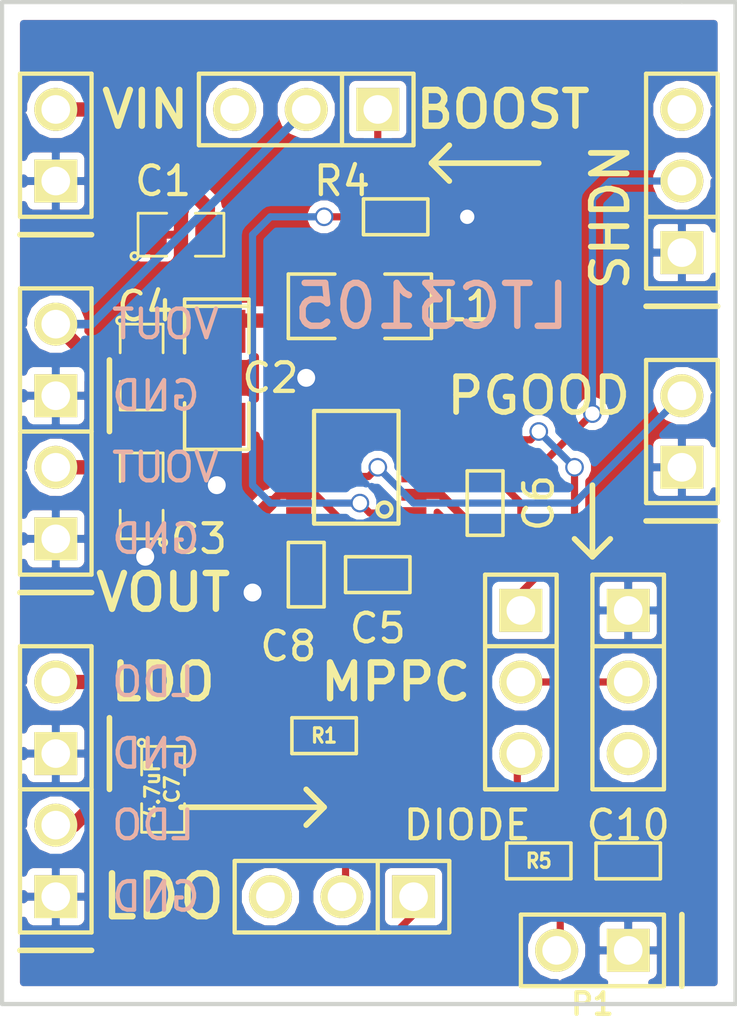
<source format=kicad_pcb>
(kicad_pcb (version 3) (host pcbnew "(2012-nov-02)-testing")

  (general
    (links 49)
    (no_connects 0)
    (area 17.629435 20.582467 55.9562 57.8612)
    (thickness 1.6)
    (drawings 40)
    (tracks 124)
    (zones 0)
    (modules 26)
    (nets 15)
  )

  (page A3)
  (layers
    (15 F.Cu signal)
    (0 B.Cu signal)
    (16 B.Adhes user)
    (17 F.Adhes user)
    (18 B.Paste user)
    (19 F.Paste user)
    (20 B.SilkS user)
    (21 F.SilkS user)
    (22 B.Mask user)
    (23 F.Mask user)
    (24 Dwgs.User user)
    (25 Cmts.User user)
    (26 Eco1.User user)
    (27 Eco2.User user)
    (28 Edge.Cuts user)
  )

  (setup
    (last_trace_width 0.254)
    (user_trace_width 0.2032)
    (user_trace_width 0.254)
    (user_trace_width 0.3048)
    (user_trace_width 0.508)
    (trace_clearance 0.254)
    (zone_clearance 0.254)
    (zone_45_only no)
    (trace_min 0.1524)
    (segment_width 0.2)
    (edge_width 0.15)
    (via_size 0.889)
    (via_drill 0.635)
    (via_min_size 0.508)
    (via_min_drill 0.381)
    (user_via 0.5334 0.381)
    (user_via 0.6604 0.508)
    (user_via 0.889 0.635)
    (uvia_size 0.508)
    (uvia_drill 0.127)
    (uvias_allowed no)
    (uvia_min_size 0.508)
    (uvia_min_drill 0.127)
    (pcb_text_width 0.3)
    (pcb_text_size 1 1)
    (mod_edge_width 0.15)
    (mod_text_size 1 1)
    (mod_text_width 0.15)
    (pad_size 1 1)
    (pad_drill 0.6)
    (pad_to_mask_clearance 0)
    (aux_axis_origin 0 0)
    (visible_elements FFFFFFBF)
    (pcbplotparams
      (layerselection 284196865)
      (usegerberextensions true)
      (excludeedgelayer true)
      (linewidth 152400)
      (plotframeref false)
      (viasonmask false)
      (mode 1)
      (useauxorigin false)
      (hpglpennumber 1)
      (hpglpenspeed 20)
      (hpglpendiameter 15)
      (hpglpenoverlay 2)
      (psnegative false)
      (psa4output false)
      (plotreference true)
      (plotvalue true)
      (plotothertext true)
      (plotinvisibletext false)
      (padsonsilk false)
      (subtractmaskfromsilk false)
      (outputformat 1)
      (mirror false)
      (drillshape 0)
      (scaleselection 1)
      (outputdirectory out))
  )

  (net 0 "")
  (net 1 /DIODE)
  (net 2 /FB)
  (net 3 /FBLDO)
  (net 4 /LDO)
  (net 5 /MPPC)
  (net 6 /PGOOD)
  (net 7 /SHDN)
  (net 8 /VIN)
  (net 9 /VOUT)
  (net 10 GND)
  (net 11 N-0000011)
  (net 12 N-0000015)
  (net 13 N-0000018)
  (net 14 N-000007)

  (net_class Default "This is the default net class."
    (clearance 0.254)
    (trace_width 0.254)
    (via_dia 0.889)
    (via_drill 0.635)
    (uvia_dia 0.508)
    (uvia_drill 0.127)
    (add_net "")
    (add_net /DIODE)
    (add_net /FB)
    (add_net /FBLDO)
    (add_net /LDO)
    (add_net /MPPC)
    (add_net /PGOOD)
    (add_net /SHDN)
    (add_net /VIN)
    (add_net /VOUT)
    (add_net GND)
    (add_net N-0000011)
    (add_net N-0000015)
    (add_net N-0000018)
    (add_net N-000007)
  )

  (module SM1206POL (layer F.Cu) (tedit 51141ACE) (tstamp 51141111)
    (at 31.115 34.925 270)
    (path /5112BE49)
    (attr smd)
    (fp_text reference C2 (at 0 -1.905 360) (layer F.SilkS)
      (effects (font (size 1.016 1.016) (thickness 0.1524)))
    )
    (fp_text value tant (at 0 0 270) (layer F.SilkS) hide
      (effects (font (size 0.762 0.762) (thickness 0.127)))
    )
    (fp_line (start -2.54 -1.143) (end -2.794 -1.143) (layer F.SilkS) (width 0.127))
    (fp_line (start -2.794 -1.143) (end -2.794 1.143) (layer F.SilkS) (width 0.127))
    (fp_line (start -2.794 1.143) (end -2.54 1.143) (layer F.SilkS) (width 0.127))
    (fp_line (start -2.54 -1.143) (end -2.54 1.143) (layer F.SilkS) (width 0.127))
    (fp_line (start -2.54 1.143) (end -0.889 1.143) (layer F.SilkS) (width 0.127))
    (fp_line (start 0.889 -1.143) (end 2.54 -1.143) (layer F.SilkS) (width 0.127))
    (fp_line (start 2.54 -1.143) (end 2.54 1.143) (layer F.SilkS) (width 0.127))
    (fp_line (start 2.54 1.143) (end 0.889 1.143) (layer F.SilkS) (width 0.127))
    (fp_line (start -0.889 -1.143) (end -2.54 -1.143) (layer F.SilkS) (width 0.127))
    (pad 1 smd rect (at -1.651 0 270) (size 1.524 2.032)
      (layers F.Cu F.Paste F.Mask)
      (net 8 /VIN)
    )
    (pad 2 smd rect (at 1.651 0 270) (size 1.524 2.032)
      (layers F.Cu F.Paste F.Mask)
      (net 10 GND)
    )
    (model smd/chip_cms_pol.wrl
      (at (xyz 0 0 0))
      (scale (xyz 0.17 0.16 0.16))
      (rotate (xyz 0 0 0))
    )
  )

  (module SM1206 (layer F.Cu) (tedit 51141A36) (tstamp 5114111D)
    (at 36.195 32.385)
    (path /5112BCE8)
    (attr smd)
    (fp_text reference L1 (at 3.81 0) (layer F.SilkS)
      (effects (font (size 1.016 1.016) (thickness 0.1524)))
    )
    (fp_text value 10uH (at 0 0) (layer F.SilkS) hide
      (effects (font (size 0.762 0.762) (thickness 0.127)))
    )
    (fp_line (start -2.54 -1.143) (end -2.54 1.143) (layer F.SilkS) (width 0.127))
    (fp_line (start -2.54 1.143) (end -0.889 1.143) (layer F.SilkS) (width 0.127))
    (fp_line (start 0.889 -1.143) (end 2.54 -1.143) (layer F.SilkS) (width 0.127))
    (fp_line (start 2.54 -1.143) (end 2.54 1.143) (layer F.SilkS) (width 0.127))
    (fp_line (start 2.54 1.143) (end 0.889 1.143) (layer F.SilkS) (width 0.127))
    (fp_line (start -0.889 -1.143) (end -2.54 -1.143) (layer F.SilkS) (width 0.127))
    (pad 1 smd rect (at -1.651 0) (size 1.524 2.032)
      (layers F.Cu F.Paste F.Mask)
      (net 8 /VIN)
    )
    (pad 2 smd rect (at 1.651 0) (size 1.524 2.032)
      (layers F.Cu F.Paste F.Mask)
      (net 12 N-0000015)
    )
    (model smd/chip_cms.wrl
      (at (xyz 0 0 0))
      (scale (xyz 0.17 0.16 0.16))
      (rotate (xyz 0 0 0))
    )
  )

  (module SM0805 (layer F.Cu) (tedit 51141AE4) (tstamp 5114112A)
    (at 29.845 29.845)
    (path /5112C38A)
    (attr smd)
    (fp_text reference C1 (at -0.635 -1.905) (layer F.SilkS)
      (effects (font (size 1.016 1.016) (thickness 0.1524)))
    )
    (fp_text value 10uF (at -10.795 0.635) (layer F.SilkS) hide
      (effects (font (size 0.50038 0.50038) (thickness 0.10922)))
    )
    (fp_circle (center -1.651 0.762) (end -1.651 0.635) (layer F.SilkS) (width 0.09906))
    (fp_line (start -0.508 0.762) (end -1.524 0.762) (layer F.SilkS) (width 0.09906))
    (fp_line (start -1.524 0.762) (end -1.524 -0.762) (layer F.SilkS) (width 0.09906))
    (fp_line (start -1.524 -0.762) (end -0.508 -0.762) (layer F.SilkS) (width 0.09906))
    (fp_line (start 0.508 -0.762) (end 1.524 -0.762) (layer F.SilkS) (width 0.09906))
    (fp_line (start 1.524 -0.762) (end 1.524 0.762) (layer F.SilkS) (width 0.09906))
    (fp_line (start 1.524 0.762) (end 0.508 0.762) (layer F.SilkS) (width 0.09906))
    (pad 1 smd rect (at -0.9525 0) (size 0.889 1.397)
      (layers F.Cu F.Paste F.Mask)
      (net 10 GND)
    )
    (pad 2 smd rect (at 0.9525 0) (size 0.889 1.397)
      (layers F.Cu F.Paste F.Mask)
      (net 8 /VIN)
    )
    (model smd/chip_cms.wrl
      (at (xyz 0 0 0))
      (scale (xyz 0.1 0.1 0.1))
      (rotate (xyz 0 0 0))
    )
  )

  (module SM0805 (layer F.Cu) (tedit 5091495C) (tstamp 51141137)
    (at 29.21 49.53 270)
    (path /5112DFC5)
    (attr smd)
    (fp_text reference C7 (at 0 -0.3175 270) (layer F.SilkS)
      (effects (font (size 0.50038 0.50038) (thickness 0.10922)))
    )
    (fp_text value 4.7uF (at 0 0.381 270) (layer F.SilkS)
      (effects (font (size 0.50038 0.50038) (thickness 0.10922)))
    )
    (fp_circle (center -1.651 0.762) (end -1.651 0.635) (layer F.SilkS) (width 0.09906))
    (fp_line (start -0.508 0.762) (end -1.524 0.762) (layer F.SilkS) (width 0.09906))
    (fp_line (start -1.524 0.762) (end -1.524 -0.762) (layer F.SilkS) (width 0.09906))
    (fp_line (start -1.524 -0.762) (end -0.508 -0.762) (layer F.SilkS) (width 0.09906))
    (fp_line (start 0.508 -0.762) (end 1.524 -0.762) (layer F.SilkS) (width 0.09906))
    (fp_line (start 1.524 -0.762) (end 1.524 0.762) (layer F.SilkS) (width 0.09906))
    (fp_line (start 1.524 0.762) (end 0.508 0.762) (layer F.SilkS) (width 0.09906))
    (pad 1 smd rect (at -0.9525 0 270) (size 0.889 1.397)
      (layers F.Cu F.Paste F.Mask)
      (net 4 /LDO)
    )
    (pad 2 smd rect (at 0.9525 0 270) (size 0.889 1.397)
      (layers F.Cu F.Paste F.Mask)
      (net 10 GND)
    )
    (model smd/chip_cms.wrl
      (at (xyz 0 0 0))
      (scale (xyz 0.1 0.1 0.1))
      (rotate (xyz 0 0 0))
    )
  )

  (module SM0805 (layer F.Cu) (tedit 51141AC5) (tstamp 51141144)
    (at 28.448 39.116 90)
    (path /5112CD74)
    (attr smd)
    (fp_text reference C3 (at -1.524 2.032 180) (layer F.SilkS)
      (effects (font (size 1.016 1.016) (thickness 0.1524)))
    )
    (fp_text value 10uF (at -0.254 -6.858 90) (layer F.SilkS) hide
      (effects (font (size 0.50038 0.50038) (thickness 0.10922)))
    )
    (fp_circle (center -1.651 0.762) (end -1.651 0.635) (layer F.SilkS) (width 0.09906))
    (fp_line (start -0.508 0.762) (end -1.524 0.762) (layer F.SilkS) (width 0.09906))
    (fp_line (start -1.524 0.762) (end -1.524 -0.762) (layer F.SilkS) (width 0.09906))
    (fp_line (start -1.524 -0.762) (end -0.508 -0.762) (layer F.SilkS) (width 0.09906))
    (fp_line (start 0.508 -0.762) (end 1.524 -0.762) (layer F.SilkS) (width 0.09906))
    (fp_line (start 1.524 -0.762) (end 1.524 0.762) (layer F.SilkS) (width 0.09906))
    (fp_line (start 1.524 0.762) (end 0.508 0.762) (layer F.SilkS) (width 0.09906))
    (pad 1 smd rect (at -0.9525 0 90) (size 0.889 1.397)
      (layers F.Cu F.Paste F.Mask)
      (net 10 GND)
    )
    (pad 2 smd rect (at 0.9525 0 90) (size 0.889 1.397)
      (layers F.Cu F.Paste F.Mask)
      (net 9 /VOUT)
    )
    (model smd/chip_cms.wrl
      (at (xyz 0 0 0))
      (scale (xyz 0.1 0.1 0.1))
      (rotate (xyz 0 0 0))
    )
  )

  (module SM0805 (layer F.Cu) (tedit 51141AD9) (tstamp 51141151)
    (at 28.448 34.544 270)
    (path /5112CD88)
    (attr smd)
    (fp_text reference C4 (at -2.159 -0.127 360) (layer F.SilkS)
      (effects (font (size 1.016 1.016) (thickness 0.1524)))
    )
    (fp_text value 1uF (at -0.254 7.493 270) (layer F.SilkS) hide
      (effects (font (size 0.50038 0.50038) (thickness 0.10922)))
    )
    (fp_circle (center -1.651 0.762) (end -1.651 0.635) (layer F.SilkS) (width 0.09906))
    (fp_line (start -0.508 0.762) (end -1.524 0.762) (layer F.SilkS) (width 0.09906))
    (fp_line (start -1.524 0.762) (end -1.524 -0.762) (layer F.SilkS) (width 0.09906))
    (fp_line (start -1.524 -0.762) (end -0.508 -0.762) (layer F.SilkS) (width 0.09906))
    (fp_line (start 0.508 -0.762) (end 1.524 -0.762) (layer F.SilkS) (width 0.09906))
    (fp_line (start 1.524 -0.762) (end 1.524 0.762) (layer F.SilkS) (width 0.09906))
    (fp_line (start 1.524 0.762) (end 0.508 0.762) (layer F.SilkS) (width 0.09906))
    (pad 1 smd rect (at -0.9525 0 270) (size 0.889 1.397)
      (layers F.Cu F.Paste F.Mask)
      (net 10 GND)
    )
    (pad 2 smd rect (at 0.9525 0 270) (size 0.889 1.397)
      (layers F.Cu F.Paste F.Mask)
      (net 9 /VOUT)
    )
    (model smd/chip_cms.wrl
      (at (xyz 0 0 0))
      (scale (xyz 0.1 0.1 0.1))
      (rotate (xyz 0 0 0))
    )
  )

  (module SM0603 (layer F.Cu) (tedit 51141AFD) (tstamp 5114115B)
    (at 34.29 41.91 90)
    (path /5112BDC4)
    (attr smd)
    (fp_text reference C8 (at -2.54 -0.635 180) (layer F.SilkS)
      (effects (font (size 1.016 1.016) (thickness 0.1524)))
    )
    (fp_text value 1uF (at 0 0 90) (layer F.SilkS) hide
      (effects (font (size 0.508 0.4572) (thickness 0.1143)))
    )
    (fp_line (start -1.143 -0.635) (end 1.143 -0.635) (layer F.SilkS) (width 0.127))
    (fp_line (start 1.143 -0.635) (end 1.143 0.635) (layer F.SilkS) (width 0.127))
    (fp_line (start 1.143 0.635) (end -1.143 0.635) (layer F.SilkS) (width 0.127))
    (fp_line (start -1.143 0.635) (end -1.143 -0.635) (layer F.SilkS) (width 0.127))
    (pad 1 smd rect (at -0.762 0 90) (size 0.635 1.143)
      (layers F.Cu F.Paste F.Mask)
      (net 10 GND)
    )
    (pad 2 smd rect (at 0.762 0 90) (size 0.635 1.143)
      (layers F.Cu F.Paste F.Mask)
      (net 13 N-0000018)
    )
    (model smd\resistors\R0603.wrl
      (at (xyz 0 0 0.001))
      (scale (xyz 0.5 0.5 0.5))
      (rotate (xyz 0 0 0))
    )
  )

  (module SM0603 (layer F.Cu) (tedit 4E43A3D1) (tstamp 51141165)
    (at 42.545 52.07 180)
    (path /5112C5EA)
    (attr smd)
    (fp_text reference R5 (at 0 0 180) (layer F.SilkS)
      (effects (font (size 0.508 0.4572) (thickness 0.1143)))
    )
    (fp_text value 0R (at 0 0 180) (layer F.SilkS) hide
      (effects (font (size 0.508 0.4572) (thickness 0.1143)))
    )
    (fp_line (start -1.143 -0.635) (end 1.143 -0.635) (layer F.SilkS) (width 0.127))
    (fp_line (start 1.143 -0.635) (end 1.143 0.635) (layer F.SilkS) (width 0.127))
    (fp_line (start 1.143 0.635) (end -1.143 0.635) (layer F.SilkS) (width 0.127))
    (fp_line (start -1.143 0.635) (end -1.143 -0.635) (layer F.SilkS) (width 0.127))
    (pad 1 smd rect (at -0.762 0 180) (size 0.635 1.143)
      (layers F.Cu F.Paste F.Mask)
      (net 1 /DIODE)
    )
    (pad 2 smd rect (at 0.762 0 180) (size 0.635 1.143)
      (layers F.Cu F.Paste F.Mask)
      (net 11 N-0000011)
    )
    (model smd\resistors\R0603.wrl
      (at (xyz 0 0 0.001))
      (scale (xyz 0.5 0.5 0.5))
      (rotate (xyz 0 0 0))
    )
  )

  (module SM0603 (layer F.Cu) (tedit 51141AAB) (tstamp 5114116F)
    (at 45.72 52.07)
    (path /5112C62F)
    (attr smd)
    (fp_text reference C10 (at 0 -1.27) (layer F.SilkS)
      (effects (font (size 1.016 1.016) (thickness 0.1524)))
    )
    (fp_text value 10nF (at 0 0) (layer F.SilkS) hide
      (effects (font (size 0.508 0.4572) (thickness 0.1143)))
    )
    (fp_line (start -1.143 -0.635) (end 1.143 -0.635) (layer F.SilkS) (width 0.127))
    (fp_line (start 1.143 -0.635) (end 1.143 0.635) (layer F.SilkS) (width 0.127))
    (fp_line (start 1.143 0.635) (end -1.143 0.635) (layer F.SilkS) (width 0.127))
    (fp_line (start -1.143 0.635) (end -1.143 -0.635) (layer F.SilkS) (width 0.127))
    (pad 1 smd rect (at -0.762 0) (size 0.635 1.143)
      (layers F.Cu F.Paste F.Mask)
      (net 1 /DIODE)
    )
    (pad 2 smd rect (at 0.762 0) (size 0.635 1.143)
      (layers F.Cu F.Paste F.Mask)
      (net 10 GND)
    )
    (model smd\resistors\R0603.wrl
      (at (xyz 0 0 0.001))
      (scale (xyz 0.5 0.5 0.5))
      (rotate (xyz 0 0 0))
    )
  )

  (module SM0603 (layer F.Cu) (tedit 4E43A3D1) (tstamp 51141179)
    (at 34.925 47.625 180)
    (path /51141279)
    (attr smd)
    (fp_text reference R1 (at 0 0 180) (layer F.SilkS)
      (effects (font (size 0.508 0.4572) (thickness 0.1143)))
    )
    (fp_text value 270K (at 0 0 180) (layer F.SilkS) hide
      (effects (font (size 0.508 0.4572) (thickness 0.1143)))
    )
    (fp_line (start -1.143 -0.635) (end 1.143 -0.635) (layer F.SilkS) (width 0.127))
    (fp_line (start 1.143 -0.635) (end 1.143 0.635) (layer F.SilkS) (width 0.127))
    (fp_line (start 1.143 0.635) (end -1.143 0.635) (layer F.SilkS) (width 0.127))
    (fp_line (start -1.143 0.635) (end -1.143 -0.635) (layer F.SilkS) (width 0.127))
    (pad 1 smd rect (at -0.762 0 180) (size 0.635 1.143)
      (layers F.Cu F.Paste F.Mask)
      (net 3 /FBLDO)
    )
    (pad 2 smd rect (at 0.762 0 180) (size 0.635 1.143)
      (layers F.Cu F.Paste F.Mask)
      (net 10 GND)
    )
    (model smd\resistors\R0603.wrl
      (at (xyz 0 0 0.001))
      (scale (xyz 0.5 0.5 0.5))
      (rotate (xyz 0 0 0))
    )
  )

  (module SM0603 (layer F.Cu) (tedit 51141AF4) (tstamp 51141183)
    (at 40.64 39.37 270)
    (path /5112D8A6)
    (attr smd)
    (fp_text reference C6 (at 0 -1.905 270) (layer F.SilkS)
      (effects (font (size 1.016 1.016) (thickness 0.1524)))
    )
    (fp_text value 22pF (at 0 0 270) (layer F.SilkS) hide
      (effects (font (size 0.508 0.4572) (thickness 0.1143)))
    )
    (fp_line (start -1.143 -0.635) (end 1.143 -0.635) (layer F.SilkS) (width 0.127))
    (fp_line (start 1.143 -0.635) (end 1.143 0.635) (layer F.SilkS) (width 0.127))
    (fp_line (start 1.143 0.635) (end -1.143 0.635) (layer F.SilkS) (width 0.127))
    (fp_line (start -1.143 0.635) (end -1.143 -0.635) (layer F.SilkS) (width 0.127))
    (pad 1 smd rect (at -0.762 0 270) (size 0.635 1.143)
      (layers F.Cu F.Paste F.Mask)
      (net 3 /FBLDO)
    )
    (pad 2 smd rect (at 0.762 0 270) (size 0.635 1.143)
      (layers F.Cu F.Paste F.Mask)
      (net 4 /LDO)
    )
    (model smd\resistors\R0603.wrl
      (at (xyz 0 0 0.001))
      (scale (xyz 0.5 0.5 0.5))
      (rotate (xyz 0 0 0))
    )
  )

  (module SM0603 (layer F.Cu) (tedit 51141AEE) (tstamp 5114118D)
    (at 36.83 41.91)
    (path /5112CF05)
    (attr smd)
    (fp_text reference C5 (at 0 1.905) (layer F.SilkS)
      (effects (font (size 1.016 1.016) (thickness 0.1524)))
    )
    (fp_text value 22pF (at 0 0) (layer F.SilkS) hide
      (effects (font (size 0.508 0.4572) (thickness 0.1143)))
    )
    (fp_line (start -1.143 -0.635) (end 1.143 -0.635) (layer F.SilkS) (width 0.127))
    (fp_line (start 1.143 -0.635) (end 1.143 0.635) (layer F.SilkS) (width 0.127))
    (fp_line (start 1.143 0.635) (end -1.143 0.635) (layer F.SilkS) (width 0.127))
    (fp_line (start -1.143 0.635) (end -1.143 -0.635) (layer F.SilkS) (width 0.127))
    (pad 1 smd rect (at -0.762 0) (size 0.635 1.143)
      (layers F.Cu F.Paste F.Mask)
      (net 9 /VOUT)
    )
    (pad 2 smd rect (at 0.762 0) (size 0.635 1.143)
      (layers F.Cu F.Paste F.Mask)
      (net 2 /FB)
    )
    (model smd\resistors\R0603.wrl
      (at (xyz 0 0 0.001))
      (scale (xyz 0.5 0.5 0.5))
      (rotate (xyz 0 0 0))
    )
  )

  (module SM0603 (layer F.Cu) (tedit 51141A3B) (tstamp 51141197)
    (at 37.465 29.21)
    (path /5112D034)
    (attr smd)
    (fp_text reference R4 (at -1.905 -1.27) (layer F.SilkS)
      (effects (font (size 1.016 1.016) (thickness 0.1524)))
    )
    (fp_text value 270K (at 0 0) (layer F.SilkS) hide
      (effects (font (size 0.508 0.4572) (thickness 0.1143)))
    )
    (fp_line (start -1.143 -0.635) (end 1.143 -0.635) (layer F.SilkS) (width 0.127))
    (fp_line (start 1.143 -0.635) (end 1.143 0.635) (layer F.SilkS) (width 0.127))
    (fp_line (start 1.143 0.635) (end -1.143 0.635) (layer F.SilkS) (width 0.127))
    (fp_line (start -1.143 0.635) (end -1.143 -0.635) (layer F.SilkS) (width 0.127))
    (pad 1 smd rect (at -0.762 0) (size 0.635 1.143)
      (layers F.Cu F.Paste F.Mask)
      (net 2 /FB)
    )
    (pad 2 smd rect (at 0.762 0) (size 0.635 1.143)
      (layers F.Cu F.Paste F.Mask)
      (net 10 GND)
    )
    (model smd\resistors\R0603.wrl
      (at (xyz 0 0 0.001))
      (scale (xyz 0.5 0.5 0.5))
      (rotate (xyz 0 0 0))
    )
  )

  (module PIN_ARRAY_3X1 (layer F.Cu) (tedit 511415FD) (tstamp 511411A3)
    (at 47.625 27.94 90)
    (descr "Connecteur 3 pins")
    (tags "CONN DEV")
    (path /5112CA9E)
    (fp_text reference K1 (at 0.254 -2.159 90) (layer F.SilkS) hide
      (effects (font (size 1.016 1.016) (thickness 0.1524)))
    )
    (fp_text value CONN_3 (at 0 -2.159 90) (layer F.SilkS) hide
      (effects (font (size 1.016 1.016) (thickness 0.1524)))
    )
    (fp_line (start -3.81 1.27) (end -3.81 -1.27) (layer F.SilkS) (width 0.1524))
    (fp_line (start -3.81 -1.27) (end 3.81 -1.27) (layer F.SilkS) (width 0.1524))
    (fp_line (start 3.81 -1.27) (end 3.81 1.27) (layer F.SilkS) (width 0.1524))
    (fp_line (start 3.81 1.27) (end -3.81 1.27) (layer F.SilkS) (width 0.1524))
    (fp_line (start -1.27 -1.27) (end -1.27 1.27) (layer F.SilkS) (width 0.1524))
    (pad 1 thru_hole rect (at -2.54 0 90) (size 1.524 1.524) (drill 1.016)
      (layers *.Cu *.Mask F.SilkS)
      (net 10 GND)
    )
    (pad 2 thru_hole circle (at 0 0 90) (size 1.524 1.524) (drill 1.016)
      (layers *.Cu *.Mask F.SilkS)
      (net 7 /SHDN)
    )
    (pad 3 thru_hole circle (at 2.54 0 90) (size 1.524 1.524) (drill 1.016)
      (layers *.Cu *.Mask F.SilkS)
    )
    (model pin_array/pins_array_3x1.wrl
      (at (xyz 0 0 0))
      (scale (xyz 1 1 1))
      (rotate (xyz 0 0 0))
    )
  )

  (module PIN_ARRAY_3X1 (layer F.Cu) (tedit 51141698) (tstamp 511411AF)
    (at 34.29 25.4 180)
    (descr "Connecteur 3 pins")
    (tags "CONN DEV")
    (path /51141007)
    (fp_text reference RV3 (at -6.985 0.635 180) (layer F.SilkS) hide
      (effects (font (size 1.016 1.016) (thickness 0.1524)))
    )
    (fp_text value "1M 3352" (at 0 -2.159 180) (layer F.SilkS) hide
      (effects (font (size 1.016 1.016) (thickness 0.1524)))
    )
    (fp_line (start -3.81 1.27) (end -3.81 -1.27) (layer F.SilkS) (width 0.1524))
    (fp_line (start -3.81 -1.27) (end 3.81 -1.27) (layer F.SilkS) (width 0.1524))
    (fp_line (start 3.81 -1.27) (end 3.81 1.27) (layer F.SilkS) (width 0.1524))
    (fp_line (start 3.81 1.27) (end -3.81 1.27) (layer F.SilkS) (width 0.1524))
    (fp_line (start -1.27 -1.27) (end -1.27 1.27) (layer F.SilkS) (width 0.1524))
    (pad 1 thru_hole rect (at -2.54 0 180) (size 1.524 1.524) (drill 1.016)
      (layers *.Cu *.Mask F.SilkS)
      (net 2 /FB)
    )
    (pad 2 thru_hole circle (at 0 0 180) (size 1.524 1.524) (drill 1.016)
      (layers *.Cu *.Mask F.SilkS)
      (net 9 /VOUT)
    )
    (pad 3 thru_hole circle (at 2.54 0 180) (size 1.524 1.524) (drill 1.016)
      (layers *.Cu *.Mask F.SilkS)
    )
    (model pin_array/pins_array_3x1.wrl
      (at (xyz 0 0 0))
      (scale (xyz 1 1 1))
      (rotate (xyz 0 0 0))
    )
  )

  (module PIN_ARRAY_3X1 (layer F.Cu) (tedit 511413CF) (tstamp 511411BB)
    (at 35.56 53.34 180)
    (descr "Connecteur 3 pins")
    (tags "CONN DEV")
    (path /5114137C)
    (fp_text reference RV2 (at -14.224 1.016 180) (layer F.SilkS) hide
      (effects (font (size 1.016 1.016) (thickness 0.1524)))
    )
    (fp_text value "1M 3352" (at 0 -2.159 180) (layer F.SilkS) hide
      (effects (font (size 1.016 1.016) (thickness 0.1524)))
    )
    (fp_line (start -3.81 1.27) (end -3.81 -1.27) (layer F.SilkS) (width 0.1524))
    (fp_line (start -3.81 -1.27) (end 3.81 -1.27) (layer F.SilkS) (width 0.1524))
    (fp_line (start 3.81 -1.27) (end 3.81 1.27) (layer F.SilkS) (width 0.1524))
    (fp_line (start 3.81 1.27) (end -3.81 1.27) (layer F.SilkS) (width 0.1524))
    (fp_line (start -1.27 -1.27) (end -1.27 1.27) (layer F.SilkS) (width 0.1524))
    (pad 1 thru_hole rect (at -2.54 0 180) (size 1.524 1.524) (drill 1.016)
      (layers *.Cu *.Mask F.SilkS)
      (net 4 /LDO)
    )
    (pad 2 thru_hole circle (at 0 0 180) (size 1.524 1.524) (drill 1.016)
      (layers *.Cu *.Mask F.SilkS)
      (net 3 /FBLDO)
    )
    (pad 3 thru_hole circle (at 2.54 0 180) (size 1.524 1.524) (drill 1.016)
      (layers *.Cu *.Mask F.SilkS)
    )
    (model pin_array/pins_array_3x1.wrl
      (at (xyz 0 0 0))
      (scale (xyz 1 1 1))
      (rotate (xyz 0 0 0))
    )
  )

  (module PIN_ARRAY_3X1 (layer F.Cu) (tedit 5114195D) (tstamp 511411C7)
    (at 41.91 45.72 270)
    (descr "Connecteur 3 pins")
    (tags "CONN DEV")
    (path /5114158C)
    (fp_text reference K2 (at -1.27 -8.255 270) (layer F.SilkS) hide
      (effects (font (size 1.016 1.016) (thickness 0.1524)))
    )
    (fp_text value CONN_3 (at 0 -2.159 270) (layer F.SilkS) hide
      (effects (font (size 1.016 1.016) (thickness 0.1524)))
    )
    (fp_line (start -3.81 1.27) (end -3.81 -1.27) (layer F.SilkS) (width 0.1524))
    (fp_line (start -3.81 -1.27) (end 3.81 -1.27) (layer F.SilkS) (width 0.1524))
    (fp_line (start 3.81 -1.27) (end 3.81 1.27) (layer F.SilkS) (width 0.1524))
    (fp_line (start 3.81 1.27) (end -3.81 1.27) (layer F.SilkS) (width 0.1524))
    (fp_line (start -1.27 -1.27) (end -1.27 1.27) (layer F.SilkS) (width 0.1524))
    (pad 1 thru_hole rect (at -2.54 0 270) (size 1.524 1.524) (drill 1.016)
      (layers *.Cu *.Mask F.SilkS)
      (net 5 /MPPC)
    )
    (pad 2 thru_hole circle (at 0 0 270) (size 1.524 1.524) (drill 1.016)
      (layers *.Cu *.Mask F.SilkS)
      (net 14 N-000007)
    )
    (pad 3 thru_hole circle (at 2.54 0 270) (size 1.524 1.524) (drill 1.016)
      (layers *.Cu *.Mask F.SilkS)
      (net 11 N-0000011)
    )
    (model pin_array/pins_array_3x1.wrl
      (at (xyz 0 0 0))
      (scale (xyz 1 1 1))
      (rotate (xyz 0 0 0))
    )
  )

  (module PIN_ARRAY_3X1 (layer F.Cu) (tedit 511413D2) (tstamp 511411D3)
    (at 45.72 45.72 270)
    (descr "Connecteur 3 pins")
    (tags "CONN DEV")
    (path /511415F3)
    (fp_text reference RV1 (at -23.114 5.08 270) (layer F.SilkS) hide
      (effects (font (size 1.016 1.016) (thickness 0.1524)))
    )
    (fp_text value "500K 3352" (at 0 -2.159 270) (layer F.SilkS) hide
      (effects (font (size 1.016 1.016) (thickness 0.1524)))
    )
    (fp_line (start -3.81 1.27) (end -3.81 -1.27) (layer F.SilkS) (width 0.1524))
    (fp_line (start -3.81 -1.27) (end 3.81 -1.27) (layer F.SilkS) (width 0.1524))
    (fp_line (start 3.81 -1.27) (end 3.81 1.27) (layer F.SilkS) (width 0.1524))
    (fp_line (start 3.81 1.27) (end -3.81 1.27) (layer F.SilkS) (width 0.1524))
    (fp_line (start -1.27 -1.27) (end -1.27 1.27) (layer F.SilkS) (width 0.1524))
    (pad 1 thru_hole rect (at -2.54 0 270) (size 1.524 1.524) (drill 1.016)
      (layers *.Cu *.Mask F.SilkS)
      (net 10 GND)
    )
    (pad 2 thru_hole circle (at 0 0 270) (size 1.524 1.524) (drill 1.016)
      (layers *.Cu *.Mask F.SilkS)
      (net 14 N-000007)
    )
    (pad 3 thru_hole circle (at 2.54 0 270) (size 1.524 1.524) (drill 1.016)
      (layers *.Cu *.Mask F.SilkS)
    )
    (model pin_array/pins_array_3x1.wrl
      (at (xyz 0 0 0))
      (scale (xyz 1 1 1))
      (rotate (xyz 0 0 0))
    )
  )

  (module PIN_ARRAY_2X1 (layer F.Cu) (tedit 51141AB9) (tstamp 511411DD)
    (at 25.4 46.99 90)
    (descr "Connecteurs 2 pins")
    (tags "CONN DEV")
    (path /51141609)
    (fp_text reference P4 (at 1.27 -3.81 90) (layer F.SilkS) hide
      (effects (font (size 0.762 0.762) (thickness 0.1524)))
    )
    (fp_text value CONN_2 (at 0 -1.905 90) (layer F.SilkS) hide
      (effects (font (size 0.762 0.762) (thickness 0.1524)))
    )
    (fp_line (start -2.54 1.27) (end -2.54 -1.27) (layer F.SilkS) (width 0.1524))
    (fp_line (start -2.54 -1.27) (end 2.54 -1.27) (layer F.SilkS) (width 0.1524))
    (fp_line (start 2.54 -1.27) (end 2.54 1.27) (layer F.SilkS) (width 0.1524))
    (fp_line (start 2.54 1.27) (end -2.54 1.27) (layer F.SilkS) (width 0.1524))
    (pad 1 thru_hole rect (at -1.27 0 90) (size 1.524 1.524) (drill 1.016)
      (layers *.Cu *.Mask F.SilkS)
      (net 10 GND)
    )
    (pad 2 thru_hole circle (at 1.27 0 90) (size 1.524 1.524) (drill 1.016)
      (layers *.Cu *.Mask F.SilkS)
      (net 4 /LDO)
    )
    (model pin_array/pins_array_2x1.wrl
      (at (xyz 0 0 0))
      (scale (xyz 1 1 1))
      (rotate (xyz 0 0 0))
    )
  )

  (module PIN_ARRAY_2X1 (layer F.Cu) (tedit 51141ABD) (tstamp 511411E7)
    (at 25.4 52.07 90)
    (descr "Connecteurs 2 pins")
    (tags "CONN DEV")
    (path /51141525)
    (fp_text reference P5 (at 1.27 -3.81 90) (layer F.SilkS) hide
      (effects (font (size 0.762 0.762) (thickness 0.1524)))
    )
    (fp_text value CONN_2 (at 0 -1.905 90) (layer F.SilkS) hide
      (effects (font (size 0.762 0.762) (thickness 0.1524)))
    )
    (fp_line (start -2.54 1.27) (end -2.54 -1.27) (layer F.SilkS) (width 0.1524))
    (fp_line (start -2.54 -1.27) (end 2.54 -1.27) (layer F.SilkS) (width 0.1524))
    (fp_line (start 2.54 -1.27) (end 2.54 1.27) (layer F.SilkS) (width 0.1524))
    (fp_line (start 2.54 1.27) (end -2.54 1.27) (layer F.SilkS) (width 0.1524))
    (pad 1 thru_hole rect (at -1.27 0 90) (size 1.524 1.524) (drill 1.016)
      (layers *.Cu *.Mask F.SilkS)
      (net 10 GND)
    )
    (pad 2 thru_hole circle (at 1.27 0 90) (size 1.524 1.524) (drill 1.016)
      (layers *.Cu *.Mask F.SilkS)
      (net 4 /LDO)
    )
    (model pin_array/pins_array_2x1.wrl
      (at (xyz 0 0 0))
      (scale (xyz 1 1 1))
      (rotate (xyz 0 0 0))
    )
  )

  (module PIN_ARRAY_2X1 (layer F.Cu) (tedit 5114194B) (tstamp 511411F1)
    (at 47.625 36.83 90)
    (descr "Connecteurs 2 pins")
    (tags "CONN DEV")
    (path /5112CBC3)
    (fp_text reference P2 (at 0 7.62 90) (layer F.SilkS) hide
      (effects (font (size 0.762 0.762) (thickness 0.1524)))
    )
    (fp_text value CONN_2 (at 0 -1.905 90) (layer F.SilkS) hide
      (effects (font (size 0.762 0.762) (thickness 0.1524)))
    )
    (fp_line (start -2.54 1.27) (end -2.54 -1.27) (layer F.SilkS) (width 0.1524))
    (fp_line (start -2.54 -1.27) (end 2.54 -1.27) (layer F.SilkS) (width 0.1524))
    (fp_line (start 2.54 -1.27) (end 2.54 1.27) (layer F.SilkS) (width 0.1524))
    (fp_line (start 2.54 1.27) (end -2.54 1.27) (layer F.SilkS) (width 0.1524))
    (pad 1 thru_hole rect (at -1.27 0 90) (size 1.524 1.524) (drill 1.016)
      (layers *.Cu *.Mask F.SilkS)
      (net 10 GND)
    )
    (pad 2 thru_hole circle (at 1.27 0 90) (size 1.524 1.524) (drill 1.016)
      (layers *.Cu *.Mask F.SilkS)
      (net 6 /PGOOD)
    )
    (model pin_array/pins_array_2x1.wrl
      (at (xyz 0 0 0))
      (scale (xyz 1 1 1))
      (rotate (xyz 0 0 0))
    )
  )

  (module PIN_ARRAY_2X1 (layer F.Cu) (tedit 4565C520) (tstamp 511411FB)
    (at 44.45 55.245 180)
    (descr "Connecteurs 2 pins")
    (tags "CONN DEV")
    (path /5112C767)
    (fp_text reference P1 (at 0 -1.905 180) (layer F.SilkS)
      (effects (font (size 0.762 0.762) (thickness 0.1524)))
    )
    (fp_text value CONN_2 (at 0 -1.905 180) (layer F.SilkS) hide
      (effects (font (size 0.762 0.762) (thickness 0.1524)))
    )
    (fp_line (start -2.54 1.27) (end -2.54 -1.27) (layer F.SilkS) (width 0.1524))
    (fp_line (start -2.54 -1.27) (end 2.54 -1.27) (layer F.SilkS) (width 0.1524))
    (fp_line (start 2.54 -1.27) (end 2.54 1.27) (layer F.SilkS) (width 0.1524))
    (fp_line (start 2.54 1.27) (end -2.54 1.27) (layer F.SilkS) (width 0.1524))
    (pad 1 thru_hole rect (at -1.27 0 180) (size 1.524 1.524) (drill 1.016)
      (layers *.Cu *.Mask F.SilkS)
      (net 10 GND)
    )
    (pad 2 thru_hole circle (at 1.27 0 180) (size 1.524 1.524) (drill 1.016)
      (layers *.Cu *.Mask F.SilkS)
      (net 1 /DIODE)
    )
    (model pin_array/pins_array_2x1.wrl
      (at (xyz 0 0 0))
      (scale (xyz 1 1 1))
      (rotate (xyz 0 0 0))
    )
  )

  (module PIN_ARRAY_2X1 (layer F.Cu) (tedit 51141A3F) (tstamp 51141205)
    (at 25.4 26.67 90)
    (descr "Connecteurs 2 pins")
    (tags "CONN DEV")
    (path /5112BC44)
    (fp_text reference P3 (at 0 -5.08 90) (layer F.SilkS) hide
      (effects (font (size 0.762 0.762) (thickness 0.1524)))
    )
    (fp_text value CONN_2 (at 0 -1.905 90) (layer F.SilkS) hide
      (effects (font (size 0.762 0.762) (thickness 0.1524)))
    )
    (fp_line (start -2.54 1.27) (end -2.54 -1.27) (layer F.SilkS) (width 0.1524))
    (fp_line (start -2.54 -1.27) (end 2.54 -1.27) (layer F.SilkS) (width 0.1524))
    (fp_line (start 2.54 -1.27) (end 2.54 1.27) (layer F.SilkS) (width 0.1524))
    (fp_line (start 2.54 1.27) (end -2.54 1.27) (layer F.SilkS) (width 0.1524))
    (pad 1 thru_hole rect (at -1.27 0 90) (size 1.524 1.524) (drill 1.016)
      (layers *.Cu *.Mask F.SilkS)
      (net 10 GND)
    )
    (pad 2 thru_hole circle (at 1.27 0 90) (size 1.524 1.524) (drill 1.016)
      (layers *.Cu *.Mask F.SilkS)
      (net 8 /VIN)
    )
    (model pin_array/pins_array_2x1.wrl
      (at (xyz 0 0 0))
      (scale (xyz 1 1 1))
      (rotate (xyz 0 0 0))
    )
  )

  (module MSOP-12 (layer F.Cu) (tedit 51141AB2) (tstamp 5114121A)
    (at 36.068 38.1 90)
    (path /5112BB60)
    (fp_text reference IC1 (at -2.54 16.002 90) (layer F.SilkS) hide
      (effects (font (size 1 1) (thickness 0.15)))
    )
    (fp_text value LTC3105-FP (at 0.254 19.05 90) (layer F.SilkS) hide
      (effects (font (size 1 1) (thickness 0.15)))
    )
    (fp_circle (center -1.5 1) (end -1.5 0.75) (layer F.SilkS) (width 0.15))
    (fp_line (start 2 -1.5) (end 2 1.5) (layer F.SilkS) (width 0.15))
    (fp_line (start 2 1.5) (end -2 1.5) (layer F.SilkS) (width 0.15))
    (fp_line (start -2 1.5) (end -2 -1.5) (layer F.SilkS) (width 0.15))
    (fp_line (start -2 -1.5) (end 2 -1.5) (layer F.SilkS) (width 0.15))
    (pad 1 smd rect (at -1.625 2.0445 90) (size 0.42 0.889)
      (layers F.Cu F.Paste F.Mask)
      (net 2 /FB)
      (clearance 0.1)
    )
    (pad 2 smd rect (at -0.975 2.0445 90) (size 0.42 0.889)
      (layers F.Cu F.Paste F.Mask)
      (net 4 /LDO)
      (clearance 0.1)
    )
    (pad 3 smd rect (at -0.325 2.0445 90) (size 0.42 0.889)
      (layers F.Cu F.Paste F.Mask)
      (net 3 /FBLDO)
      (clearance 0.1)
    )
    (pad 4 smd rect (at 0.325 2.0445 90) (size 0.42 0.889)
      (layers F.Cu F.Paste F.Mask)
      (net 7 /SHDN)
      (clearance 0.1)
    )
    (pad 5 smd rect (at 0.975 2.0445 90) (size 0.42 0.889)
      (layers F.Cu F.Paste F.Mask)
      (net 5 /MPPC)
      (clearance 0.1)
    )
    (pad 6 smd rect (at 1.625 2.0445 90) (size 0.42 0.889)
      (layers F.Cu F.Paste F.Mask)
      (net 10 GND)
      (clearance 0.1)
    )
    (pad 7 smd rect (at 1.625 -2.0445 90) (size 0.42 0.889)
      (layers F.Cu F.Paste F.Mask)
      (net 10 GND)
      (clearance 0.1)
    )
    (pad 8 smd rect (at 0.975 -2.0445 90) (size 0.42 0.889)
      (layers F.Cu F.Paste F.Mask)
      (net 8 /VIN)
      (clearance 0.1)
    )
    (pad 9 smd rect (at 0.325 -2.0445 90) (size 0.42 0.889)
      (layers F.Cu F.Paste F.Mask)
      (net 12 N-0000015)
      (clearance 0.1)
    )
    (pad 10 smd rect (at -0.325 -2.0445 90) (size 0.42 0.889)
      (layers F.Cu F.Paste F.Mask)
      (net 6 /PGOOD)
      (clearance 0.1)
    )
    (pad 11 smd rect (at -0.975 -2.0445 90) (size 0.42 0.889)
      (layers F.Cu F.Paste F.Mask)
      (net 9 /VOUT)
      (clearance 0.1)
    )
    (pad 12 smd rect (at -1.625 -2.0445 90) (size 0.42 0.889)
      (layers F.Cu F.Paste F.Mask)
      (net 13 N-0000018)
      (clearance 0.1)
    )
  )

  (module PIN_ARRAY_2X1 (layer F.Cu) (tedit 51141A67) (tstamp 51141250)
    (at 25.4 39.37 90)
    (descr "Connecteurs 2 pins")
    (tags "CONN DEV")
    (path /511417B1)
    (fp_text reference P6 (at 0.635 -5.08 90) (layer F.SilkS) hide
      (effects (font (size 0.762 0.762) (thickness 0.1524)))
    )
    (fp_text value CONN_2 (at 0 -1.905 90) (layer F.SilkS) hide
      (effects (font (size 0.762 0.762) (thickness 0.1524)))
    )
    (fp_line (start -2.54 1.27) (end -2.54 -1.27) (layer F.SilkS) (width 0.1524))
    (fp_line (start -2.54 -1.27) (end 2.54 -1.27) (layer F.SilkS) (width 0.1524))
    (fp_line (start 2.54 -1.27) (end 2.54 1.27) (layer F.SilkS) (width 0.1524))
    (fp_line (start 2.54 1.27) (end -2.54 1.27) (layer F.SilkS) (width 0.1524))
    (pad 1 thru_hole rect (at -1.27 0 90) (size 1.524 1.524) (drill 1.016)
      (layers *.Cu *.Mask F.SilkS)
      (net 10 GND)
    )
    (pad 2 thru_hole circle (at 1.27 0 90) (size 1.524 1.524) (drill 1.016)
      (layers *.Cu *.Mask F.SilkS)
      (net 9 /VOUT)
    )
    (model pin_array/pins_array_2x1.wrl
      (at (xyz 0 0 0))
      (scale (xyz 1 1 1))
      (rotate (xyz 0 0 0))
    )
  )

  (module PIN_ARRAY_2X1 (layer F.Cu) (tedit 51141A64) (tstamp 5114125A)
    (at 25.4 34.29 90)
    (descr "Connecteurs 2 pins")
    (tags "CONN DEV")
    (path /511417C0)
    (fp_text reference P7 (at 0 -5.08 90) (layer F.SilkS) hide
      (effects (font (size 0.762 0.762) (thickness 0.1524)))
    )
    (fp_text value CONN_2 (at 0 -1.905 90) (layer F.SilkS) hide
      (effects (font (size 0.762 0.762) (thickness 0.1524)))
    )
    (fp_line (start -2.54 1.27) (end -2.54 -1.27) (layer F.SilkS) (width 0.1524))
    (fp_line (start -2.54 -1.27) (end 2.54 -1.27) (layer F.SilkS) (width 0.1524))
    (fp_line (start 2.54 -1.27) (end 2.54 1.27) (layer F.SilkS) (width 0.1524))
    (fp_line (start 2.54 1.27) (end -2.54 1.27) (layer F.SilkS) (width 0.1524))
    (pad 1 thru_hole rect (at -1.27 0 90) (size 1.524 1.524) (drill 1.016)
      (layers *.Cu *.Mask F.SilkS)
      (net 10 GND)
    )
    (pad 2 thru_hole circle (at 1.27 0 90) (size 1.524 1.524) (drill 1.016)
      (layers *.Cu *.Mask F.SilkS)
      (net 9 /VOUT)
    )
    (model pin_array/pins_array_2x1.wrl
      (at (xyz 0 0 0))
      (scale (xyz 1 1 1))
      (rotate (xyz 0 0 0))
    )
  )

  (gr_text LTC3105 (at 38.735 32.385) (layer B.SilkS)
    (effects (font (size 1.524 1.524) (thickness 0.2286)) (justify mirror))
  )
  (gr_text GND (at 27.305 53.34) (layer B.SilkS)
    (effects (font (size 1.016 1.016) (thickness 0.1524)) (justify right mirror))
  )
  (gr_text LDO (at 27.305 50.8) (layer B.SilkS)
    (effects (font (size 1.016 1.016) (thickness 0.1524)) (justify right mirror))
  )
  (gr_text GND (at 27.305 48.26) (layer B.SilkS)
    (effects (font (size 1.016 1.016) (thickness 0.1524)) (justify right mirror))
  )
  (gr_text LDO (at 27.305 45.72) (layer B.SilkS)
    (effects (font (size 1.016 1.016) (thickness 0.1524)) (justify right mirror))
  )
  (gr_text GND (at 27.305 40.64) (layer B.SilkS)
    (effects (font (size 1.016 1.016) (thickness 0.1524)) (justify right mirror))
  )
  (gr_text VOUT (at 27.305 38.1) (layer B.SilkS)
    (effects (font (size 1.016 1.016) (thickness 0.1524)) (justify right mirror))
  )
  (gr_text GND (at 27.305 35.56) (layer B.SilkS)
    (effects (font (size 1.016 1.016) (thickness 0.1524)) (justify right mirror))
  )
  (gr_text VOUT (at 27.305 33.02) (layer B.SilkS)
    (effects (font (size 1.016 1.016) (thickness 0.1524)) (justify right mirror))
  )
  (gr_line (start 24.13 55.245) (end 26.67 55.245) (angle 90) (layer F.SilkS) (width 0.2))
  (gr_line (start 27.305 46.99) (end 27.305 49.53) (angle 90) (layer F.SilkS) (width 0.2))
  (gr_text LDO (at 29.21 45.72) (layer F.SilkS)
    (effects (font (size 1.27 1.27) (thickness 0.2286)))
  )
  (gr_line (start 27.305 36.83) (end 27.305 34.29) (angle 90) (layer F.SilkS) (width 0.2))
  (gr_line (start 24.13 42.545) (end 26.67 42.545) (angle 90) (layer F.SilkS) (width 0.2))
  (gr_text VOUT (at 29.21 42.545) (layer F.SilkS)
    (effects (font (size 1.27 1.27) (thickness 0.2286)))
  )
  (gr_text VIN (at 28.575 25.4) (layer F.SilkS)
    (effects (font (size 1.27 1.27) (thickness 0.2286)))
  )
  (gr_line (start 24.13 29.845) (end 26.67 29.845) (angle 90) (layer F.SilkS) (width 0.2))
  (gr_line (start 47.625 53.975) (end 47.625 56.515) (angle 90) (layer F.SilkS) (width 0.2))
  (gr_text DIODE (at 40.005 50.8) (layer F.SilkS)
    (effects (font (size 1.016 1.016) (thickness 0.1524)))
  )
  (gr_line (start 44.45 41.275) (end 45.085 40.64) (angle 90) (layer F.SilkS) (width 0.2))
  (gr_line (start 44.45 41.275) (end 43.815 40.64) (angle 90) (layer F.SilkS) (width 0.2))
  (gr_line (start 44.45 38.735) (end 44.45 41.275) (angle 90) (layer F.SilkS) (width 0.2))
  (gr_line (start 46.355 40.005) (end 48.895 40.005) (angle 90) (layer F.SilkS) (width 0.2))
  (gr_line (start 46.355 32.385) (end 48.895 32.385) (angle 90) (layer F.SilkS) (width 0.2))
  (gr_text MPPC (at 37.465 45.72) (layer F.SilkS)
    (effects (font (size 1.27 1.27) (thickness 0.2286)))
  )
  (gr_text PGOOD (at 42.545 35.56) (layer F.SilkS)
    (effects (font (size 1.27 1.27) (thickness 0.2032)))
  )
  (gr_text SHDN (at 45.085 29.21 90) (layer F.SilkS)
    (effects (font (size 1.27 1.27) (thickness 0.2032)))
  )
  (gr_line (start 34.925 50.165) (end 34.29 50.8) (angle 90) (layer F.SilkS) (width 0.2))
  (gr_line (start 34.925 50.165) (end 34.29 49.53) (angle 90) (layer F.SilkS) (width 0.2))
  (gr_line (start 29.845 50.165) (end 34.925 50.165) (angle 90) (layer F.SilkS) (width 0.2))
  (gr_text LDO (at 29.21 53.34) (layer F.SilkS)
    (effects (font (size 1.524 1.524) (thickness 0.2286)))
  )
  (gr_line (start 38.735 27.305) (end 39.37 27.94) (angle 90) (layer F.SilkS) (width 0.2))
  (gr_line (start 39.37 26.67) (end 38.735 27.305) (angle 90) (layer F.SilkS) (width 0.2))
  (gr_line (start 42.545 27.305) (end 38.735 27.305) (angle 90) (layer F.SilkS) (width 0.2))
  (gr_text BOOST (at 41.275 25.4) (layer F.SilkS)
    (effects (font (size 1.27 1.27) (thickness 0.2286)))
  )
  (gr_line (start 23.495 57.15) (end 23.495 21.59) (angle 90) (layer Edge.Cuts) (width 0.15))
  (gr_line (start 49.53 57.15) (end 23.495 57.15) (angle 90) (layer Edge.Cuts) (width 0.15))
  (gr_line (start 49.53 21.59) (end 49.53 57.15) (angle 90) (layer Edge.Cuts) (width 0.15))
  (gr_line (start 47.625 21.59) (end 49.53 21.59) (angle 90) (layer Edge.Cuts) (width 0.15))
  (gr_line (start 23.495 21.59) (end 47.625 21.59) (angle 90) (layer Edge.Cuts) (width 0.15))

  (segment (start 43.307 52.07) (end 43.307 55.118) (width 0.254) (layer F.Cu) (net 1))
  (segment (start 43.307 55.118) (end 43.18 55.245) (width 0.254) (layer F.Cu) (net 1) (tstamp 51141A67))
  (segment (start 43.307 52.07) (end 44.958 52.07) (width 0.254) (layer F.Cu) (net 1))
  (segment (start 38.1125 39.725) (end 36.55 39.725) (width 0.254) (layer F.Cu) (net 2))
  (segment (start 34.925 29.21) (end 36.703 29.21) (width 0.254) (layer F.Cu) (net 2) (tstamp 51141A17))
  (via (at 34.925 29.21) (size 0.6604) (drill 0.508) (layers F.Cu B.Cu) (net 2))
  (segment (start 33.02 29.21) (end 34.925 29.21) (width 0.254) (layer B.Cu) (net 2) (tstamp 51141A15))
  (segment (start 32.385 29.845) (end 33.02 29.21) (width 0.254) (layer B.Cu) (net 2) (tstamp 51141A14))
  (segment (start 32.385 38.735) (end 32.385 29.845) (width 0.254) (layer B.Cu) (net 2) (tstamp 51141A13))
  (segment (start 33.02 39.37) (end 32.385 38.735) (width 0.254) (layer B.Cu) (net 2) (tstamp 51141A12))
  (segment (start 36.195 39.37) (end 33.02 39.37) (width 0.254) (layer B.Cu) (net 2) (tstamp 51141A11))
  (via (at 36.195 39.37) (size 0.6604) (drill 0.508) (layers F.Cu B.Cu) (net 2))
  (segment (start 36.55 39.725) (end 36.195 39.37) (width 0.254) (layer F.Cu) (net 2) (tstamp 51141A0F))
  (segment (start 37.592 41.91) (end 37.592 40.2455) (width 0.254) (layer F.Cu) (net 2))
  (segment (start 37.592 40.2455) (end 38.1125 39.725) (width 0.254) (layer F.Cu) (net 2) (tstamp 511419E2))
  (segment (start 36.83 25.4) (end 36.83 29.083) (width 0.254) (layer F.Cu) (net 2))
  (segment (start 36.83 29.083) (end 36.703 29.21) (width 0.254) (layer F.Cu) (net 2) (tstamp 51141951))
  (segment (start 35.687 47.625) (end 39.37 47.625) (width 0.254) (layer F.Cu) (net 3))
  (segment (start 41.148 38.608) (end 40.64 38.608) (width 0.254) (layer F.Cu) (net 3) (tstamp 51141AA2))
  (segment (start 41.91 39.37) (end 41.148 38.608) (width 0.254) (layer F.Cu) (net 3) (tstamp 51141AA1))
  (segment (start 41.91 40.64) (end 41.91 39.37) (width 0.254) (layer F.Cu) (net 3) (tstamp 51141AA0))
  (segment (start 40.64 41.91) (end 41.91 40.64) (width 0.254) (layer F.Cu) (net 3) (tstamp 51141A9F))
  (segment (start 40.64 46.355) (end 40.64 41.91) (width 0.254) (layer F.Cu) (net 3) (tstamp 51141A9D))
  (segment (start 38.1125 38.425) (end 39.37 38.425) (width 0.254) (layer F.Cu) (net 3))
  (segment (start 40.457 38.425) (end 40.64 38.608) (width 0.254) (layer F.Cu) (net 3) (tstamp 511419E5))
  (segment (start 39.37 38.425) (end 40.457 38.425) (width 0.254) (layer F.Cu) (net 3) (tstamp 511419E8))
  (segment (start 35.687 47.625) (end 35.687 53.213) (width 0.254) (layer F.Cu) (net 3))
  (segment (start 35.687 53.213) (end 35.56 53.34) (width 0.254) (layer F.Cu) (net 3) (tstamp 511419CE))
  (segment (start 39.37 47.625) (end 40.64 46.355) (width 0.254) (layer F.Cu) (net 3) (tstamp 51141A9C))
  (segment (start 38.1 53.34) (end 38.1 53.975) (width 0.254) (layer F.Cu) (net 4))
  (segment (start 29.5275 48.5775) (end 29.21 48.5775) (width 0.254) (layer F.Cu) (net 4) (tstamp 51141AAD))
  (segment (start 30.48 49.53) (end 29.5275 48.5775) (width 0.254) (layer F.Cu) (net 4) (tstamp 51141AAC))
  (segment (start 30.48 53.975) (end 30.48 49.53) (width 0.254) (layer F.Cu) (net 4) (tstamp 51141AAA))
  (segment (start 31.75 55.245) (end 30.48 53.975) (width 0.254) (layer F.Cu) (net 4) (tstamp 51141AA8))
  (segment (start 36.83 55.245) (end 31.75 55.245) (width 0.254) (layer F.Cu) (net 4) (tstamp 51141AA6))
  (segment (start 38.1 53.975) (end 36.83 55.245) (width 0.254) (layer F.Cu) (net 4) (tstamp 51141AA5))
  (segment (start 25.4 50.8) (end 26.035 50.8) (width 0.508) (layer F.Cu) (net 4))
  (segment (start 28.8925 48.895) (end 29.21 48.5775) (width 0.508) (layer F.Cu) (net 4) (tstamp 51141A99))
  (segment (start 27.94 48.895) (end 28.8925 48.895) (width 0.508) (layer F.Cu) (net 4) (tstamp 51141A98))
  (segment (start 26.035 50.8) (end 27.94 48.895) (width 0.508) (layer F.Cu) (net 4) (tstamp 51141A97))
  (segment (start 29.21 48.5775) (end 29.21 45.72) (width 0.508) (layer F.Cu) (net 4))
  (segment (start 40.64 40.132) (end 40.513 40.132) (width 0.508) (layer F.Cu) (net 4))
  (segment (start 29.21 45.72) (end 25.4 45.72) (width 0.508) (layer F.Cu) (net 4) (tstamp 51141A95))
  (segment (start 40.513 40.132) (end 39.37 41.275) (width 0.508) (layer F.Cu) (net 4) (tstamp 51141A8D))
  (segment (start 38.1125 39.075) (end 39.075 39.075) (width 0.3048) (layer F.Cu) (net 4))
  (segment (start 40.132 40.132) (end 40.64 40.132) (width 0.3048) (layer F.Cu) (net 4) (tstamp 51141A8A))
  (segment (start 39.075 39.075) (end 40.132 40.132) (width 0.3048) (layer F.Cu) (net 4) (tstamp 51141A89))
  (segment (start 38.735 45.72) (end 29.21 45.72) (width 0.508) (layer F.Cu) (net 4) (tstamp 51141A90))
  (segment (start 39.37 45.085) (end 38.735 45.72) (width 0.508) (layer F.Cu) (net 4) (tstamp 51141A8F))
  (segment (start 39.37 41.275) (end 39.37 45.085) (width 0.508) (layer F.Cu) (net 4) (tstamp 51141A8E))
  (segment (start 41.91 43.18) (end 41.91 42.545) (width 0.254) (layer F.Cu) (net 5))
  (segment (start 42.25 37.125) (end 38.1125 37.125) (width 0.254) (layer F.Cu) (net 5) (tstamp 51141B21))
  (segment (start 42.545 36.83) (end 42.25 37.125) (width 0.254) (layer F.Cu) (net 5) (tstamp 51141B20))
  (via (at 42.545 36.83) (size 0.6604) (drill 0.508) (layers F.Cu B.Cu) (net 5))
  (segment (start 43.815 38.1) (end 42.545 36.83) (width 0.254) (layer B.Cu) (net 5) (tstamp 51141B1D))
  (via (at 43.815 38.1) (size 0.6604) (drill 0.508) (layers F.Cu B.Cu) (net 5))
  (segment (start 43.815 40.64) (end 43.815 38.1) (width 0.254) (layer F.Cu) (net 5) (tstamp 51141B18))
  (segment (start 41.91 42.545) (end 43.815 40.64) (width 0.254) (layer F.Cu) (net 5) (tstamp 51141B17))
  (segment (start 34.0235 38.425) (end 36.505 38.425) (width 0.254) (layer F.Cu) (net 6))
  (segment (start 43.815 39.37) (end 47.625 35.56) (width 0.254) (layer B.Cu) (net 6) (tstamp 51141A4E))
  (segment (start 38.1 39.37) (end 43.815 39.37) (width 0.254) (layer B.Cu) (net 6) (tstamp 51141A4C))
  (segment (start 36.83 38.1) (end 38.1 39.37) (width 0.254) (layer B.Cu) (net 6) (tstamp 51141A4B))
  (via (at 36.83 38.1) (size 0.6604) (drill 0.508) (layers F.Cu B.Cu) (net 6))
  (segment (start 36.505 38.425) (end 36.83 38.1) (width 0.254) (layer F.Cu) (net 6) (tstamp 51141A49))
  (segment (start 38.1125 37.775) (end 42.87 37.775) (width 0.254) (layer F.Cu) (net 7))
  (segment (start 45.085 27.94) (end 47.625 27.94) (width 0.254) (layer B.Cu) (net 7) (tstamp 51141A2E))
  (segment (start 44.45 28.575) (end 45.085 27.94) (width 0.254) (layer B.Cu) (net 7) (tstamp 51141A2D))
  (segment (start 44.45 36.195) (end 44.45 28.575) (width 0.254) (layer B.Cu) (net 7) (tstamp 51141A2C))
  (via (at 44.45 36.195) (size 0.6604) (drill 0.508) (layers F.Cu B.Cu) (net 7))
  (segment (start 42.87 37.775) (end 44.45 36.195) (width 0.254) (layer F.Cu) (net 7) (tstamp 51141A29))
  (segment (start 34.0235 37.125) (end 33.315 37.125) (width 0.3048) (layer F.Cu) (net 8))
  (segment (start 33.02 36.83) (end 33.02 32.893) (width 0.3048) (layer F.Cu) (net 8) (tstamp 511418FB))
  (segment (start 33.315 37.125) (end 33.02 36.83) (width 0.3048) (layer F.Cu) (net 8) (tstamp 511418FA))
  (segment (start 34.0235 37.125) (end 35.265 37.125) (width 0.3048) (layer F.Cu) (net 8))
  (segment (start 34.544 33.274) (end 35.56 34.29) (width 0.508) (layer F.Cu) (net 8) (tstamp 511418F3))
  (segment (start 35.56 34.29) (end 35.56 36.83) (width 0.508) (layer F.Cu) (net 8) (tstamp 511418F4))
  (segment (start 34.544 33.274) (end 34.544 32.385) (width 0.508) (layer F.Cu) (net 8))
  (segment (start 35.265 37.125) (end 35.56 36.83) (width 0.3048) (layer F.Cu) (net 8) (tstamp 511418F7))
  (segment (start 31.496 32.893) (end 33.02 32.893) (width 0.508) (layer F.Cu) (net 8))
  (segment (start 33.02 32.893) (end 34.036 32.893) (width 0.508) (layer F.Cu) (net 8) (tstamp 511418FE))
  (segment (start 34.036 32.893) (end 34.544 32.385) (width 0.508) (layer F.Cu) (net 8) (tstamp 511418EC))
  (segment (start 30.7975 29.845) (end 30.7975 32.1945) (width 0.508) (layer F.Cu) (net 8))
  (segment (start 30.7975 32.1945) (end 31.496 32.893) (width 0.508) (layer F.Cu) (net 8) (tstamp 511418E9))
  (segment (start 25.4 25.4) (end 27.305 25.4) (width 0.508) (layer F.Cu) (net 8))
  (segment (start 30.7975 28.8925) (end 30.7975 29.845) (width 0.508) (layer F.Cu) (net 8) (tstamp 511418E6))
  (segment (start 27.305 25.4) (end 30.7975 28.8925) (width 0.508) (layer F.Cu) (net 8) (tstamp 511418E5))
  (segment (start 36.068 41.91) (end 36.068 40.513) (width 0.254) (layer F.Cu) (net 9))
  (segment (start 34.63 39.075) (end 34.0235 39.075) (width 0.254) (layer F.Cu) (net 9) (tstamp 511419DF))
  (segment (start 36.068 40.513) (end 34.63 39.075) (width 0.254) (layer F.Cu) (net 9) (tstamp 511419DD))
  (segment (start 25.4 33.02) (end 26.67 33.02) (width 0.3048) (layer B.Cu) (net 9))
  (segment (start 26.67 33.02) (end 34.29 25.4) (width 0.3048) (layer B.Cu) (net 9) (tstamp 51141987))
  (segment (start 28.448 35.4965) (end 27.8765 35.4965) (width 0.508) (layer F.Cu) (net 9))
  (segment (start 27.8765 35.4965) (end 25.4 33.02) (width 0.508) (layer F.Cu) (net 9) (tstamp 5114193F))
  (segment (start 34.0235 39.075) (end 33.315 39.075) (width 0.3048) (layer F.Cu) (net 9))
  (segment (start 33.315 39.075) (end 33.02 39.37) (width 0.3048) (layer F.Cu) (net 9) (tstamp 51141925))
  (segment (start 28.6385 38.1635) (end 28.448 38.1635) (width 0.508) (layer F.Cu) (net 9))
  (segment (start 32.385 40.005) (end 33.02 39.37) (width 0.508) (layer F.Cu) (net 9) (tstamp 51141921))
  (segment (start 30.48 40.005) (end 32.385 40.005) (width 0.508) (layer F.Cu) (net 9) (tstamp 51141920))
  (segment (start 28.6385 38.1635) (end 30.48 40.005) (width 0.508) (layer F.Cu) (net 9) (tstamp 5114191F))
  (segment (start 28.448 38.1635) (end 28.448 35.4965) (width 0.508) (layer F.Cu) (net 9))
  (segment (start 25.4 38.1) (end 28.3845 38.1) (width 0.508) (layer F.Cu) (net 9))
  (segment (start 28.3845 38.1) (end 28.448 38.1635) (width 0.508) (layer F.Cu) (net 9) (tstamp 5114191A))
  (segment (start 38.227 29.21) (end 40.005 29.21) (width 0.254) (layer F.Cu) (net 10))
  (via (at 40.005 29.21) (size 0.6604) (drill 0.508) (layers F.Cu B.Cu) (net 10))
  (segment (start 28.448 40.0685) (end 28.448 41.148) (width 0.3048) (layer F.Cu) (net 10))
  (via (at 28.575 41.275) (size 0.889) (layers F.Cu B.Cu) (net 10))
  (segment (start 28.448 41.148) (end 28.575 41.275) (width 0.3048) (layer F.Cu) (net 10) (tstamp 5114193B))
  (segment (start 34.29 42.672) (end 32.512 42.672) (width 0.3048) (layer F.Cu) (net 10))
  (via (at 32.385 42.545) (size 0.889) (layers F.Cu B.Cu) (net 10))
  (segment (start 32.512 42.672) (end 32.385 42.545) (width 0.3048) (layer F.Cu) (net 10) (tstamp 51141936))
  (segment (start 34.0235 36.475) (end 34.0235 35.1915) (width 0.3048) (layer F.Cu) (net 10))
  (via (at 34.29 34.925) (size 0.889) (layers F.Cu B.Cu) (net 10))
  (segment (start 34.0235 35.1915) (end 34.29 34.925) (width 0.3048) (layer F.Cu) (net 10) (tstamp 51141915))
  (segment (start 31.115 36.576) (end 31.115 38.735) (width 0.508) (layer F.Cu) (net 10))
  (via (at 31.115 38.735) (size 0.889) (layers F.Cu B.Cu) (net 10))
  (segment (start 41.783 52.07) (end 41.783 48.387) (width 0.254) (layer F.Cu) (net 11))
  (segment (start 41.783 48.387) (end 41.91 48.26) (width 0.254) (layer F.Cu) (net 11) (tstamp 51141B14))
  (segment (start 34.0235 37.775) (end 35.885 37.775) (width 0.3048) (layer F.Cu) (net 12))
  (segment (start 36.83 33.401) (end 37.846 32.385) (width 0.3048) (layer F.Cu) (net 12) (tstamp 51141981))
  (segment (start 36.83 36.83) (end 36.83 33.401) (width 0.3048) (layer F.Cu) (net 12) (tstamp 51141980))
  (segment (start 35.885 37.775) (end 36.83 36.83) (width 0.3048) (layer F.Cu) (net 12) (tstamp 5114197F))
  (segment (start 34.0235 39.725) (end 34.0235 40.8815) (width 0.3048) (layer F.Cu) (net 13))
  (segment (start 34.0235 40.8815) (end 34.29 41.148) (width 0.3048) (layer F.Cu) (net 13) (tstamp 51141933))
  (segment (start 41.91 45.72) (end 45.72 45.72) (width 0.254) (layer F.Cu) (net 14))

  (zone (net 10) (net_name GND) (layer F.Cu) (tstamp 511418D7) (hatch edge 0.508)
    (connect_pads (clearance 0.254))
    (min_thickness 0.254)
    (fill (arc_segments 16) (thermal_gap 0.254) (thermal_bridge_width 0.2794))
    (polygon
      (pts
        (xy 48.895 56.515) (xy 24.13 56.515) (xy 24.13 22.225) (xy 48.895 22.225)
      )
    )
    (filled_polygon
      (pts
        (xy 27.813 37.337934) (xy 27.674047 37.337934) (xy 27.533963 37.395816) (xy 27.464657 37.465) (xy 26.543066 37.465)
        (xy 26.543066 36.397453) (xy 26.543 35.66795) (xy 26.44775 35.5727) (xy 25.4127 35.5727) (xy 25.4127 36.60775)
        (xy 25.50795 36.703) (xy 26.086547 36.703066) (xy 26.238118 36.702934) (xy 26.378101 36.644808) (xy 26.485184 36.537537)
        (xy 26.543066 36.397453) (xy 26.543066 37.465) (xy 26.37435 37.465) (xy 26.369553 37.453389) (xy 26.048302 37.131577)
        (xy 25.628354 36.9572) (xy 25.173641 36.956803) (xy 24.753389 37.130447) (xy 24.431577 37.451698) (xy 24.2572 37.871646)
        (xy 24.257 38.10072) (xy 24.257 36.397612) (xy 24.314816 36.537537) (xy 24.421899 36.644808) (xy 24.561882 36.702934)
        (xy 24.713453 36.703066) (xy 25.29205 36.703) (xy 25.3873 36.60775) (xy 25.3873 35.5727) (xy 24.35225 35.5727)
        (xy 24.257 35.66795) (xy 24.257 35.45205) (xy 24.35225 35.5473) (xy 25.3873 35.5473) (xy 25.3873 34.51225)
        (xy 25.29205 34.417) (xy 24.713453 34.416934) (xy 24.561882 34.417066) (xy 24.421899 34.475192) (xy 24.314816 34.582463)
        (xy 24.257 34.722387) (xy 24.257 33.246835) (xy 24.430447 33.666611) (xy 24.751698 33.988423) (xy 25.171646 34.1628)
        (xy 25.626359 34.163197) (xy 25.63967 34.157696) (xy 25.898929 34.416955) (xy 25.50795 34.417) (xy 25.4127 34.51225)
        (xy 25.4127 35.5473) (xy 26.44775 35.5473) (xy 26.543 35.45205) (xy 26.543035 35.06106) (xy 27.368434 35.886459)
        (xy 27.368434 36.016453) (xy 27.426316 36.156537) (xy 27.533399 36.263808) (xy 27.673382 36.321934) (xy 27.813 36.322055)
        (xy 27.813 37.337934)
      )
    )
    (filled_polygon
      (pts
        (xy 28.575 47.751934) (xy 28.436047 47.751934) (xy 28.295963 47.809816) (xy 28.188692 47.916899) (xy 28.130566 48.056882)
        (xy 28.130434 48.208453) (xy 28.130434 48.26) (xy 27.94 48.26) (xy 27.939999 48.26) (xy 27.891663 48.269614)
        (xy 27.696996 48.308336) (xy 27.490987 48.445987) (xy 27.490984 48.44599) (xy 26.543066 49.393907) (xy 26.543066 49.097453)
        (xy 26.543066 47.422547) (xy 26.485184 47.282463) (xy 26.378101 47.175192) (xy 26.238118 47.117066) (xy 26.086547 47.116934)
        (xy 25.50795 47.117) (xy 25.4127 47.21225) (xy 25.4127 48.2473) (xy 26.44775 48.2473) (xy 26.543 48.15205)
        (xy 26.543066 47.422547) (xy 26.543066 49.097453) (xy 26.543 48.36795) (xy 26.44775 48.2727) (xy 25.4127 48.2727)
        (xy 25.4127 49.30775) (xy 25.50795 49.403) (xy 26.086547 49.403066) (xy 26.238118 49.402934) (xy 26.378101 49.344808)
        (xy 26.485184 49.237537) (xy 26.543066 49.097453) (xy 26.543066 49.393907) (xy 26.076824 49.860149) (xy 26.048302 49.831577)
        (xy 25.628354 49.6572) (xy 25.173641 49.656803) (xy 24.753389 49.830447) (xy 24.431577 50.151698) (xy 24.2572 50.571646)
        (xy 24.257 50.80072) (xy 24.257 49.097612) (xy 24.314816 49.237537) (xy 24.421899 49.344808) (xy 24.561882 49.402934)
        (xy 24.713453 49.403066) (xy 25.29205 49.403) (xy 25.3873 49.30775) (xy 25.3873 48.2727) (xy 24.35225 48.2727)
        (xy 24.257 48.36795) (xy 24.257 48.15205) (xy 24.35225 48.2473) (xy 25.3873 48.2473) (xy 25.3873 47.21225)
        (xy 25.29205 47.117) (xy 24.713453 47.116934) (xy 24.561882 47.117066) (xy 24.421899 47.175192) (xy 24.314816 47.282463)
        (xy 24.257 47.422387) (xy 24.257 45.946835) (xy 24.430447 46.366611) (xy 24.751698 46.688423) (xy 25.171646 46.8628)
        (xy 25.626359 46.863197) (xy 26.046611 46.689553) (xy 26.368423 46.368302) (xy 26.373946 46.355) (xy 28.575 46.355)
        (xy 28.575 47.751934)
      )
    )
    (filled_polygon
      (pts
        (xy 33.214242 38.099923) (xy 33.198066 38.138882) (xy 33.197934 38.290453) (xy 33.197934 38.564886) (xy 33.110877 38.582203)
        (xy 32.937829 38.697829) (xy 32.871024 38.764633) (xy 32.776995 38.783337) (xy 32.570987 38.920988) (xy 32.121974 39.37)
        (xy 31.1023 39.37) (xy 31.1023 37.62375) (xy 31.1023 36.5887) (xy 31.1023 36.5633) (xy 31.1023 35.52825)
        (xy 31.00705 35.433) (xy 30.174453 35.432934) (xy 30.022882 35.433066) (xy 29.882899 35.491192) (xy 29.775816 35.598463)
        (xy 29.717934 35.738547) (xy 29.718 36.46805) (xy 29.81325 36.5633) (xy 31.1023 36.5633) (xy 31.1023 36.5887)
        (xy 29.81325 36.5887) (xy 29.718 36.68395) (xy 29.717934 37.413453) (xy 29.775816 37.553537) (xy 29.882899 37.660808)
        (xy 30.022882 37.718934) (xy 30.174453 37.719066) (xy 31.00705 37.719) (xy 31.1023 37.62375) (xy 31.1023 39.37)
        (xy 30.743026 39.37) (xy 29.527566 38.15454) (xy 29.527566 37.643547) (xy 29.469684 37.503463) (xy 29.362601 37.396192)
        (xy 29.222618 37.338066) (xy 29.083 37.337944) (xy 29.083 36.322066) (xy 29.221953 36.322066) (xy 29.362037 36.264184)
        (xy 29.469308 36.157101) (xy 29.527434 36.017118) (xy 29.527566 35.865547) (xy 29.527566 34.976547) (xy 29.527566 34.111453)
        (xy 29.527566 33.071547) (xy 29.469684 32.931463) (xy 29.362601 32.824192) (xy 29.222618 32.766066) (xy 29.071047 32.765934)
        (xy 28.8798 32.765958) (xy 28.8798 30.82925) (xy 28.8798 29.8577) (xy 28.8798 29.8323) (xy 28.8798 28.86075)
        (xy 28.78455 28.7655) (xy 28.372547 28.765434) (xy 28.232463 28.823316) (xy 28.125192 28.930399) (xy 28.067066 29.070382)
        (xy 28.066934 29.221953) (xy 28.067 29.73705) (xy 28.16225 29.8323) (xy 28.8798 29.8323) (xy 28.8798 29.8577)
        (xy 28.16225 29.8577) (xy 28.067 29.95295) (xy 28.066934 30.468047) (xy 28.067066 30.619618) (xy 28.125192 30.759601)
        (xy 28.232463 30.866684) (xy 28.372547 30.924566) (xy 28.78455 30.9245) (xy 28.8798 30.82925) (xy 28.8798 32.765958)
        (xy 28.55595 32.766) (xy 28.4607 32.86125) (xy 28.4607 33.5788) (xy 29.43225 33.5788) (xy 29.5275 33.48355)
        (xy 29.527566 33.071547) (xy 29.527566 34.111453) (xy 29.5275 33.69945) (xy 29.43225 33.6042) (xy 28.4607 33.6042)
        (xy 28.4607 34.32175) (xy 28.55595 34.417) (xy 29.071047 34.417066) (xy 29.222618 34.416934) (xy 29.362601 34.358808)
        (xy 29.469684 34.251537) (xy 29.527566 34.111453) (xy 29.527566 34.976547) (xy 29.469684 34.836463) (xy 29.362601 34.729192)
        (xy 29.222618 34.671066) (xy 29.071047 34.670934) (xy 27.948959 34.670934) (xy 27.694978 34.416952) (xy 27.824953 34.417066)
        (xy 28.34005 34.417) (xy 28.4353 34.32175) (xy 28.4353 33.6042) (xy 28.4353 33.5788) (xy 28.4353 32.86125)
        (xy 28.34005 32.766) (xy 27.824953 32.765934) (xy 27.673382 32.766066) (xy 27.533399 32.824192) (xy 27.426316 32.931463)
        (xy 27.368434 33.071547) (xy 27.3685 33.48355) (xy 27.46375 33.5788) (xy 28.4353 33.5788) (xy 28.4353 33.6042)
        (xy 27.46375 33.6042) (xy 27.3685 33.69945) (xy 27.368437 34.090411) (xy 26.537982 33.259956) (xy 26.5428 33.248354)
        (xy 26.543197 32.793641) (xy 26.543066 32.793323) (xy 26.543066 28.777453) (xy 26.543066 27.102547) (xy 26.485184 26.962463)
        (xy 26.378101 26.855192) (xy 26.238118 26.797066) (xy 26.086547 26.796934) (xy 25.50795 26.797) (xy 25.4127 26.89225)
        (xy 25.4127 27.9273) (xy 26.44775 27.9273) (xy 26.543 27.83205) (xy 26.543066 27.102547) (xy 26.543066 28.777453)
        (xy 26.543 28.04795) (xy 26.44775 27.9527) (xy 25.4127 27.9527) (xy 25.4127 28.98775) (xy 25.50795 29.083)
        (xy 26.086547 29.083066) (xy 26.238118 29.082934) (xy 26.378101 29.024808) (xy 26.485184 28.917537) (xy 26.543066 28.777453)
        (xy 26.543066 32.793323) (xy 26.369553 32.373389) (xy 26.048302 32.051577) (xy 25.628354 31.8772) (xy 25.173641 31.876803)
        (xy 24.753389 32.050447) (xy 24.431577 32.371698) (xy 24.2572 32.791646) (xy 24.257 33.02072) (xy 24.257 28.777612)
        (xy 24.314816 28.917537) (xy 24.421899 29.024808) (xy 24.561882 29.082934) (xy 24.713453 29.083066) (xy 25.29205 29.083)
        (xy 25.3873 28.98775) (xy 25.3873 27.9527) (xy 24.35225 27.9527) (xy 24.257 28.04795) (xy 24.257 27.83205)
        (xy 24.35225 27.9273) (xy 25.3873 27.9273) (xy 25.3873 26.89225) (xy 25.29205 26.797) (xy 24.713453 26.796934)
        (xy 24.561882 26.797066) (xy 24.421899 26.855192) (xy 24.314816 26.962463) (xy 24.257 27.102387) (xy 24.257 25.626835)
        (xy 24.430447 26.046611) (xy 24.751698 26.368423) (xy 25.171646 26.5428) (xy 25.626359 26.543197) (xy 26.046611 26.369553)
        (xy 26.368423 26.048302) (xy 26.373946 26.035) (xy 27.041974 26.035) (xy 30.002958 28.995983) (xy 29.972066 29.070382)
        (xy 29.971934 29.221953) (xy 29.971934 30.618953) (xy 30.029816 30.759037) (xy 30.136899 30.866308) (xy 30.1625 30.876938)
        (xy 30.1625 32.130934) (xy 30.023547 32.130934) (xy 29.883463 32.188816) (xy 29.776192 32.295899) (xy 29.718066 32.435882)
        (xy 29.718066 30.468047) (xy 29.718066 29.221953) (xy 29.717934 29.070382) (xy 29.659808 28.930399) (xy 29.552537 28.823316)
        (xy 29.412453 28.765434) (xy 29.00045 28.7655) (xy 28.9052 28.86075) (xy 28.9052 29.8323) (xy 29.62275 29.8323)
        (xy 29.718 29.73705) (xy 29.718066 29.221953) (xy 29.718066 30.468047) (xy 29.718 29.95295) (xy 29.62275 29.8577)
        (xy 28.9052 29.8577) (xy 28.9052 30.82925) (xy 29.00045 30.9245) (xy 29.412453 30.924566) (xy 29.552537 30.866684)
        (xy 29.659808 30.759601) (xy 29.717934 30.619618) (xy 29.718066 30.468047) (xy 29.718066 32.435882) (xy 29.717934 32.587453)
        (xy 29.717934 34.111453) (xy 29.775816 34.251537) (xy 29.882899 34.358808) (xy 30.022882 34.416934) (xy 30.174453 34.417066)
        (xy 32.206453 34.417066) (xy 32.346537 34.359184) (xy 32.453808 34.252101) (xy 32.4866 34.173129) (xy 32.4866 35.676915)
        (xy 32.454184 35.598463) (xy 32.347101 35.491192) (xy 32.207118 35.433066) (xy 32.055547 35.432934) (xy 31.22295 35.433)
        (xy 31.1277 35.52825) (xy 31.1277 36.4363) (xy 31.1277 36.5633) (xy 31.1277 36.5887) (xy 31.1277 36.7157)
        (xy 31.1277 37.62375) (xy 31.22295 37.719) (xy 32.055547 37.719066) (xy 32.207118 37.718934) (xy 32.347101 37.660808)
        (xy 32.454184 37.553537) (xy 32.512066 37.413453) (xy 32.512024 36.957817) (xy 32.527203 37.034123) (xy 32.642829 37.207171)
        (xy 32.937829 37.502171) (xy 33.110877 37.617797) (xy 33.197938 37.635114) (xy 33.197934 37.640453) (xy 33.197934 38.060453)
        (xy 33.214242 38.099923)
      )
    )
    (filled_polygon
      (pts
        (xy 34.925 36.5916) (xy 34.849066 36.5916) (xy 34.849066 36.189547) (xy 34.791184 36.049463) (xy 34.684101 35.942192)
        (xy 34.544118 35.884066) (xy 34.392547 35.883934) (xy 34.13145 35.884) (xy 34.0362 35.97925) (xy 34.0362 36.4623)
        (xy 34.75375 36.4623) (xy 34.849 36.36705) (xy 34.849066 36.189547) (xy 34.849066 36.5916) (xy 34.849003 36.5916)
        (xy 34.849 36.58295) (xy 34.75375 36.4877) (xy 34.1632 36.4877) (xy 34.0362 36.4877) (xy 34.0108 36.4877)
        (xy 34.0108 36.4623) (xy 34.0108 36.3353) (xy 34.0108 35.97925) (xy 33.91555 35.884) (xy 33.654453 35.883934)
        (xy 33.5534 35.884022) (xy 33.5534 33.711287) (xy 33.565899 33.723808) (xy 33.705882 33.781934) (xy 33.857453 33.782066)
        (xy 34.15404 33.782066) (xy 34.925 34.553025) (xy 34.925 36.5916)
      )
    )
    (filled_polygon
      (pts
        (xy 39.496316 40.250657) (xy 38.920987 40.825987) (xy 38.783336 41.031996) (xy 38.735 41.275) (xy 38.735 44.821974)
        (xy 38.471974 45.085) (xy 35.242566 45.085) (xy 35.242566 43.064953) (xy 35.242566 42.279047) (xy 35.184684 42.138963)
        (xy 35.077601 42.031692) (xy 34.937618 41.973566) (xy 34.786047 41.973434) (xy 34.39795 41.9735) (xy 34.3027 42.06875)
        (xy 34.3027 42.6593) (xy 35.14725 42.6593) (xy 35.2425 42.56405) (xy 35.242566 42.279047) (xy 35.242566 43.064953)
        (xy 35.2425 42.77995) (xy 35.14725 42.6847) (xy 34.3027 42.6847) (xy 34.3027 43.27525) (xy 34.39795 43.3705)
        (xy 34.786047 43.370566) (xy 34.937618 43.370434) (xy 35.077601 43.312308) (xy 35.184684 43.205037) (xy 35.242566 43.064953)
        (xy 35.242566 45.085) (xy 34.2773 45.085) (xy 34.2773 43.27525) (xy 34.2773 42.6847) (xy 34.2773 42.6593)
        (xy 34.2773 42.06875) (xy 34.18205 41.9735) (xy 33.793953 41.973434) (xy 33.642382 41.973566) (xy 33.502399 42.031692)
        (xy 33.395316 42.138963) (xy 33.337434 42.279047) (xy 33.3375 42.56405) (xy 33.43275 42.6593) (xy 34.2773 42.6593)
        (xy 34.2773 42.6847) (xy 33.43275 42.6847) (xy 33.3375 42.77995) (xy 33.337434 43.064953) (xy 33.395316 43.205037)
        (xy 33.502399 43.312308) (xy 33.642382 43.370434) (xy 33.793953 43.370566) (xy 34.18205 43.3705) (xy 34.2773 43.27525)
        (xy 34.2773 45.085) (xy 29.527566 45.085) (xy 29.527566 40.588453) (xy 29.5275 40.17645) (xy 29.43225 40.0812)
        (xy 28.4607 40.0812) (xy 28.4607 40.79875) (xy 28.55595 40.894) (xy 29.071047 40.894066) (xy 29.222618 40.893934)
        (xy 29.362601 40.835808) (xy 29.469684 40.728537) (xy 29.527566 40.588453) (xy 29.527566 45.085) (xy 29.21 45.085)
        (xy 28.4353 45.085) (xy 28.4353 40.79875) (xy 28.4353 40.0812) (xy 28.4353 40.0558) (xy 28.4353 39.33825)
        (xy 28.34005 39.243) (xy 27.824953 39.242934) (xy 27.673382 39.243066) (xy 27.533399 39.301192) (xy 27.426316 39.408463)
        (xy 27.368434 39.548547) (xy 27.3685 39.96055) (xy 27.46375 40.0558) (xy 28.4353 40.0558) (xy 28.4353 40.0812)
        (xy 27.46375 40.0812) (xy 27.3685 40.17645) (xy 27.368434 40.588453) (xy 27.426316 40.728537) (xy 27.533399 40.835808)
        (xy 27.673382 40.893934) (xy 27.824953 40.894066) (xy 28.34005 40.894) (xy 28.4353 40.79875) (xy 28.4353 45.085)
        (xy 26.543066 45.085) (xy 26.543066 41.477453) (xy 26.543066 39.802547) (xy 26.485184 39.662463) (xy 26.378101 39.555192)
        (xy 26.238118 39.497066) (xy 26.086547 39.496934) (xy 25.50795 39.497) (xy 25.4127 39.59225) (xy 25.4127 40.6273)
        (xy 26.44775 40.6273) (xy 26.543 40.53205) (xy 26.543066 39.802547) (xy 26.543066 41.477453) (xy 26.543 40.74795)
        (xy 26.44775 40.6527) (xy 25.4127 40.6527) (xy 25.4127 41.68775) (xy 25.50795 41.783) (xy 26.086547 41.783066)
        (xy 26.238118 41.782934) (xy 26.378101 41.724808) (xy 26.485184 41.617537) (xy 26.543066 41.477453) (xy 26.543066 45.085)
        (xy 26.37435 45.085) (xy 26.369553 45.073389) (xy 26.048302 44.751577) (xy 25.628354 44.5772) (xy 25.173641 44.576803)
        (xy 24.753389 44.750447) (xy 24.431577 45.071698) (xy 24.2572 45.491646) (xy 24.257 45.72072) (xy 24.257 41.477612)
        (xy 24.314816 41.617537) (xy 24.421899 41.724808) (xy 24.561882 41.782934) (xy 24.713453 41.783066) (xy 25.29205 41.783)
        (xy 25.3873 41.68775) (xy 25.3873 40.6527) (xy 24.35225 40.6527) (xy 24.257 40.74795) (xy 24.257 40.53205)
        (xy 24.35225 40.6273) (xy 25.3873 40.6273) (xy 25.3873 39.59225) (xy 25.29205 39.497) (xy 24.713453 39.496934)
        (xy 24.561882 39.497066) (xy 24.421899 39.555192) (xy 24.314816 39.662463) (xy 24.257 39.802387) (xy 24.257 38.326835)
        (xy 24.430447 38.746611) (xy 24.751698 39.068423) (xy 25.171646 39.2428) (xy 25.626359 39.243197) (xy 26.046611 39.069553)
        (xy 26.368423 38.748302) (xy 26.373946 38.735) (xy 27.389732 38.735) (xy 27.426316 38.823537) (xy 27.533399 38.930808)
        (xy 27.673382 38.988934) (xy 27.824953 38.989066) (xy 28.56604 38.989066) (xy 28.81994 39.242966) (xy 28.55595 39.243)
        (xy 28.4607 39.33825) (xy 28.4607 40.0558) (xy 29.43225 40.0558) (xy 29.5275 39.96055) (xy 29.527501 39.950527)
        (xy 30.030987 40.454013) (xy 30.236995 40.591664) (xy 30.236996 40.591664) (xy 30.48 40.64) (xy 32.385 40.64)
        (xy 32.628004 40.591664) (xy 32.834013 40.454013) (xy 33.221218 40.066806) (xy 33.255816 40.150537) (xy 33.362899 40.257808)
        (xy 33.4901 40.310626) (xy 33.4901 40.520156) (xy 33.395692 40.614399) (xy 33.337566 40.754382) (xy 33.337434 40.905953)
        (xy 33.337434 41.540953) (xy 33.395316 41.681037) (xy 33.502399 41.788308) (xy 33.642382 41.846434) (xy 33.793953 41.846566)
        (xy 34.936953 41.846566) (xy 35.077037 41.788684) (xy 35.184308 41.681601) (xy 35.242434 41.541618) (xy 35.242566 41.390047)
        (xy 35.242566 40.755047) (xy 35.184684 40.614963) (xy 35.077601 40.507692) (xy 34.937618 40.449566) (xy 34.786047 40.449434)
        (xy 34.5569 40.449434) (xy 34.5569 40.310509) (xy 34.683537 40.258184) (xy 34.790808 40.151101) (xy 34.848571 40.011991)
        (xy 35.56 40.72342) (xy 35.56 41.00497) (xy 35.534963 41.015316) (xy 35.427692 41.122399) (xy 35.369566 41.262382)
        (xy 35.369434 41.413953) (xy 35.369434 42.556953) (xy 35.427316 42.697037) (xy 35.534399 42.804308) (xy 35.674382 42.862434)
        (xy 35.825953 42.862566) (xy 36.460953 42.862566) (xy 36.601037 42.804684) (xy 36.708308 42.697601) (xy 36.766434 42.557618)
        (xy 36.766566 42.406047) (xy 36.766566 41.263047) (xy 36.708684 41.122963) (xy 36.601601 41.015692) (xy 36.576 41.005061)
        (xy 36.576 40.513) (xy 36.537331 40.318597) (xy 36.537331 40.318596) (xy 36.469428 40.216973) (xy 36.549999 40.232999)
        (xy 36.55 40.233) (xy 37.086486 40.233) (xy 37.084 40.2455) (xy 37.084 41.00497) (xy 37.058963 41.015316)
        (xy 36.951692 41.122399) (xy 36.893566 41.262382) (xy 36.893434 41.413953) (xy 36.893434 42.556953) (xy 36.951316 42.697037)
        (xy 37.058399 42.804308) (xy 37.198382 42.862434) (xy 37.349953 42.862566) (xy 37.984953 42.862566) (xy 38.125037 42.804684)
        (xy 38.232308 42.697601) (xy 38.290434 42.557618) (xy 38.290566 42.406047) (xy 38.290566 41.263047) (xy 38.232684 41.122963)
        (xy 38.125601 41.015692) (xy 38.1 41.005061) (xy 38.1 40.45592) (xy 38.239854 40.316066) (xy 38.632453 40.316066)
        (xy 38.772537 40.258184) (xy 38.879808 40.151101) (xy 38.937934 40.011118) (xy 38.938066 39.859547) (xy 38.938066 39.692407)
        (xy 39.496316 40.250657)
      )
    )
    (filled_polygon
      (pts
        (xy 48.768 56.388) (xy 47.6123 56.388) (xy 47.6123 39.14775) (xy 47.6123 38.1127) (xy 47.6123 38.0873)
        (xy 47.6123 37.05225) (xy 47.51705 36.957) (xy 46.938453 36.956934) (xy 46.786882 36.957066) (xy 46.646899 37.015192)
        (xy 46.539816 37.122463) (xy 46.481934 37.262547) (xy 46.482 37.99205) (xy 46.57725 38.0873) (xy 47.6123 38.0873)
        (xy 47.6123 38.1127) (xy 46.57725 38.1127) (xy 46.482 38.20795) (xy 46.481934 38.937453) (xy 46.539816 39.077537)
        (xy 46.646899 39.184808) (xy 46.786882 39.242934) (xy 46.938453 39.243066) (xy 47.51705 39.243) (xy 47.6123 39.14775)
        (xy 47.6123 56.388) (xy 47.180566 56.388) (xy 47.180566 52.566047) (xy 47.180566 51.573953) (xy 47.180434 51.422382)
        (xy 47.122308 51.282399) (xy 47.015037 51.175316) (xy 46.874953 51.117434) (xy 46.863197 51.117436) (xy 46.863197 48.033641)
        (xy 46.689553 47.613389) (xy 46.368302 47.291577) (xy 45.948354 47.1172) (xy 45.493641 47.116803) (xy 45.073389 47.290447)
        (xy 44.751577 47.611698) (xy 44.5772 48.031646) (xy 44.576803 48.486359) (xy 44.750447 48.906611) (xy 45.071698 49.228423)
        (xy 45.491646 49.4028) (xy 45.946359 49.403197) (xy 46.366611 49.229553) (xy 46.688423 48.908302) (xy 46.8628 48.488354)
        (xy 46.863197 48.033641) (xy 46.863197 51.117436) (xy 46.58995 51.1175) (xy 46.4947 51.21275) (xy 46.4947 52.0573)
        (xy 47.08525 52.0573) (xy 47.1805 51.96205) (xy 47.180566 51.573953) (xy 47.180566 52.566047) (xy 47.1805 52.17795)
        (xy 47.08525 52.0827) (xy 46.4947 52.0827) (xy 46.4947 52.92725) (xy 46.58995 53.0225) (xy 46.874953 53.022566)
        (xy 47.015037 52.964684) (xy 47.122308 52.857601) (xy 47.180434 52.717618) (xy 47.180566 52.566047) (xy 47.180566 56.388)
        (xy 46.557612 56.388) (xy 46.697537 56.330184) (xy 46.804808 56.223101) (xy 46.862934 56.083118) (xy 46.863066 55.931547)
        (xy 46.863066 54.558453) (xy 46.862934 54.406882) (xy 46.804808 54.266899) (xy 46.697537 54.159816) (xy 46.557453 54.101934)
        (xy 46.4693 54.101941) (xy 46.4693 52.92725) (xy 46.4693 52.0827) (xy 46.4693 52.0573) (xy 46.4693 51.21275)
        (xy 46.37405 51.1175) (xy 46.089047 51.117434) (xy 45.948963 51.175316) (xy 45.841692 51.282399) (xy 45.783566 51.422382)
        (xy 45.783434 51.573953) (xy 45.7835 51.96205) (xy 45.87875 52.0573) (xy 46.4693 52.0573) (xy 46.4693 52.0827)
        (xy 45.87875 52.0827) (xy 45.7835 52.17795) (xy 45.783434 52.566047) (xy 45.783566 52.717618) (xy 45.841692 52.857601)
        (xy 45.948963 52.964684) (xy 46.089047 53.022566) (xy 46.37405 53.0225) (xy 46.4693 52.92725) (xy 46.4693 54.101941)
        (xy 45.82795 54.102) (xy 45.7327 54.19725) (xy 45.7327 55.2323) (xy 46.76775 55.2323) (xy 46.863 55.13705)
        (xy 46.863066 54.558453) (xy 46.863066 55.931547) (xy 46.863 55.35295) (xy 46.76775 55.2577) (xy 45.8597 55.2577)
        (xy 45.7327 55.2577) (xy 45.7073 55.2577) (xy 45.7073 55.2323) (xy 45.7073 54.19725) (xy 45.61205 54.102)
        (xy 44.882547 54.101934) (xy 44.742463 54.159816) (xy 44.635192 54.266899) (xy 44.577066 54.406882) (xy 44.576934 54.558453)
        (xy 44.577 55.13705) (xy 44.67225 55.2323) (xy 45.7073 55.2323) (xy 45.7073 55.2577) (xy 45.5803 55.2577)
        (xy 44.67225 55.2577) (xy 44.577 55.35295) (xy 44.576934 55.931547) (xy 44.577066 56.083118) (xy 44.635192 56.223101)
        (xy 44.742463 56.330184) (xy 44.882387 56.388) (xy 43.406835 56.388) (xy 43.826611 56.214553) (xy 44.148423 55.893302)
        (xy 44.3228 55.473354) (xy 44.323197 55.018641) (xy 44.149553 54.598389) (xy 43.828302 54.276577) (xy 43.815 54.271053)
        (xy 43.815 52.975029) (xy 43.840037 52.964684) (xy 43.947308 52.857601) (xy 44.005434 52.717618) (xy 44.005555 52.578)
        (xy 44.259434 52.578) (xy 44.259434 52.716953) (xy 44.317316 52.857037) (xy 44.424399 52.964308) (xy 44.564382 53.022434)
        (xy 44.715953 53.022566) (xy 45.350953 53.022566) (xy 45.491037 52.964684) (xy 45.598308 52.857601) (xy 45.656434 52.717618)
        (xy 45.656566 52.566047) (xy 45.656566 51.423047) (xy 45.598684 51.282963) (xy 45.491601 51.175692) (xy 45.351618 51.117566)
        (xy 45.200047 51.117434) (xy 44.565047 51.117434) (xy 44.424963 51.175316) (xy 44.317692 51.282399) (xy 44.259566 51.422382)
        (xy 44.259444 51.562) (xy 44.005566 51.562) (xy 44.005566 51.423047) (xy 43.947684 51.282963) (xy 43.840601 51.175692)
        (xy 43.700618 51.117566) (xy 43.549047 51.117434) (xy 43.053197 51.117434) (xy 43.053197 48.033641) (xy 42.879553 47.613389)
        (xy 42.558302 47.291577) (xy 42.138354 47.1172) (xy 41.683641 47.116803) (xy 41.263389 47.290447) (xy 40.941577 47.611698)
        (xy 40.7672 48.031646) (xy 40.766803 48.486359) (xy 40.940447 48.906611) (xy 41.261698 49.228423) (xy 41.275 49.233946)
        (xy 41.275 51.16497) (xy 41.249963 51.175316) (xy 41.142692 51.282399) (xy 41.084566 51.422382) (xy 41.084434 51.573953)
        (xy 41.084434 52.716953) (xy 41.142316 52.857037) (xy 41.249399 52.964308) (xy 41.389382 53.022434) (xy 41.540953 53.022566)
        (xy 42.175953 53.022566) (xy 42.316037 52.964684) (xy 42.423308 52.857601) (xy 42.481434 52.717618) (xy 42.481566 52.566047)
        (xy 42.481566 51.423047) (xy 42.423684 51.282963) (xy 42.316601 51.175692) (xy 42.291 51.165061) (xy 42.291 49.3393)
        (xy 42.556611 49.229553) (xy 42.878423 48.908302) (xy 43.0528 48.488354) (xy 43.053197 48.033641) (xy 43.053197 51.117434)
        (xy 42.914047 51.117434) (xy 42.773963 51.175316) (xy 42.666692 51.282399) (xy 42.608566 51.422382) (xy 42.608434 51.573953)
        (xy 42.608434 52.716953) (xy 42.666316 52.857037) (xy 42.773399 52.964308) (xy 42.799 52.974938) (xy 42.799 54.165699)
        (xy 42.533389 54.275447) (xy 42.211577 54.596698) (xy 42.0372 55.016646) (xy 42.036803 55.471359) (xy 42.210447 55.891611)
        (xy 42.531698 56.213423) (xy 42.951646 56.3878) (xy 43.18072 56.388) (xy 29.1973 56.388) (xy 29.1973 51.21275)
        (xy 29.1973 50.4952) (xy 29.1973 50.4698) (xy 29.1973 49.75225) (xy 29.10205 49.657) (xy 28.586953 49.656934)
        (xy 28.435382 49.657066) (xy 28.295399 49.715192) (xy 28.188316 49.822463) (xy 28.130434 49.962547) (xy 28.1305 50.37455)
        (xy 28.22575 50.4698) (xy 29.1973 50.4698) (xy 29.1973 50.4952) (xy 28.22575 50.4952) (xy 28.1305 50.59045)
        (xy 28.130434 51.002453) (xy 28.188316 51.142537) (xy 28.295399 51.249808) (xy 28.435382 51.307934) (xy 28.586953 51.308066)
        (xy 29.10205 51.308) (xy 29.1973 51.21275) (xy 29.1973 56.388) (xy 26.543066 56.388) (xy 26.543066 54.177453)
        (xy 26.543066 52.502547) (xy 26.485184 52.362463) (xy 26.378101 52.255192) (xy 26.238118 52.197066) (xy 26.086547 52.196934)
        (xy 25.50795 52.197) (xy 25.4127 52.29225) (xy 25.4127 53.3273) (xy 26.44775 53.3273) (xy 26.543 53.23205)
        (xy 26.543066 52.502547) (xy 26.543066 54.177453) (xy 26.543 53.44795) (xy 26.44775 53.3527) (xy 25.4127 53.3527)
        (xy 25.4127 54.38775) (xy 25.50795 54.483) (xy 26.086547 54.483066) (xy 26.238118 54.482934) (xy 26.378101 54.424808)
        (xy 26.485184 54.317537) (xy 26.543066 54.177453) (xy 26.543066 56.388) (xy 24.257 56.388) (xy 24.257 54.177612)
        (xy 24.314816 54.317537) (xy 24.421899 54.424808) (xy 24.561882 54.482934) (xy 24.713453 54.483066) (xy 25.29205 54.483)
        (xy 25.3873 54.38775) (xy 25.3873 53.3527) (xy 24.35225 53.3527) (xy 24.257 53.44795) (xy 24.257 53.23205)
        (xy 24.35225 53.3273) (xy 25.3873 53.3273) (xy 25.3873 52.29225) (xy 25.29205 52.197) (xy 24.713453 52.196934)
        (xy 24.561882 52.197066) (xy 24.421899 52.255192) (xy 24.314816 52.362463) (xy 24.257 52.502387) (xy 24.257 51.026835)
        (xy 24.430447 51.446611) (xy 24.751698 51.768423) (xy 25.171646 51.9428) (xy 25.626359 51.943197) (xy 26.046611 51.769553)
        (xy 26.368423 51.448302) (xy 26.438565 51.27938) (xy 26.484013 51.249013) (xy 28.203025 49.53) (xy 28.8925 49.53)
        (xy 29.135504 49.481664) (xy 29.253134 49.403066) (xy 29.634645 49.403066) (xy 29.888561 49.656982) (xy 29.833047 49.656934)
        (xy 29.31795 49.657) (xy 29.2227 49.75225) (xy 29.2227 50.3428) (xy 29.2227 50.4698) (xy 29.2227 50.4952)
        (xy 29.2227 50.6222) (xy 29.2227 51.21275) (xy 29.31795 51.308) (xy 29.833047 51.308066) (xy 29.972 51.307944)
        (xy 29.972 53.975) (xy 30.010669 54.169403) (xy 30.12079 54.33421) (xy 31.39079 55.60421) (xy 31.555596 55.714331)
        (xy 31.555597 55.714331) (xy 31.587849 55.720746) (xy 31.75 55.753) (xy 36.83 55.753) (xy 37.024403 55.714331)
        (xy 37.18921 55.60421) (xy 38.310354 54.483066) (xy 38.937453 54.483066) (xy 39.077537 54.425184) (xy 39.184808 54.318101)
        (xy 39.242934 54.178118) (xy 39.243066 54.026547) (xy 39.243066 52.502547) (xy 39.185184 52.362463) (xy 39.078101 52.255192)
        (xy 38.938118 52.197066) (xy 38.786547 52.196934) (xy 37.262547 52.196934) (xy 37.122463 52.254816) (xy 37.015192 52.361899)
        (xy 36.957066 52.501882) (xy 36.956934 52.653453) (xy 36.956934 54.177453) (xy 37.014816 54.317537) (xy 37.026918 54.329661)
        (xy 36.61958 54.737) (xy 34.163197 54.737) (xy 34.163197 53.113641) (xy 34.1503 53.082427) (xy 34.1503 48.48225)
        (xy 34.1503 47.6377) (xy 34.1503 47.6123) (xy 34.1503 46.76775) (xy 34.05505 46.6725) (xy 33.770047 46.672434)
        (xy 33.629963 46.730316) (xy 33.522692 46.837399) (xy 33.464566 46.977382) (xy 33.464434 47.128953) (xy 33.4645 47.51705)
        (xy 33.55975 47.6123) (xy 34.1503 47.6123) (xy 34.1503 47.6377) (xy 33.55975 47.6377) (xy 33.4645 47.73295)
        (xy 33.464434 48.121047) (xy 33.464566 48.272618) (xy 33.522692 48.412601) (xy 33.629963 48.519684) (xy 33.770047 48.577566)
        (xy 34.05505 48.5775) (xy 34.1503 48.48225) (xy 34.1503 53.082427) (xy 33.989553 52.693389) (xy 33.668302 52.371577)
        (xy 33.248354 52.1972) (xy 32.793641 52.196803) (xy 32.373389 52.370447) (xy 32.051577 52.691698) (xy 31.8772 53.111646)
        (xy 31.876803 53.566359) (xy 32.050447 53.986611) (xy 32.371698 54.308423) (xy 32.791646 54.4828) (xy 33.246359 54.483197)
        (xy 33.666611 54.309553) (xy 33.988423 53.988302) (xy 34.1628 53.568354) (xy 34.163197 53.113641) (xy 34.163197 54.737)
        (xy 31.96042 54.737) (xy 30.988 53.76458) (xy 30.988 49.53) (xy 30.955746 49.367849) (xy 30.949331 49.335597)
        (xy 30.949331 49.335596) (xy 30.83921 49.17079) (xy 30.83921 49.170789) (xy 30.289566 48.621145) (xy 30.289566 48.057547)
        (xy 30.231684 47.917463) (xy 30.124601 47.810192) (xy 29.984618 47.752066) (xy 29.845 47.751944) (xy 29.845 46.355)
        (xy 38.735 46.355) (xy 38.978004 46.306664) (xy 39.184013 46.169013) (xy 39.819009 45.534015) (xy 39.819012 45.534013)
        (xy 39.819013 45.534013) (xy 39.956663 45.328005) (xy 39.956664 45.328004) (xy 40.005 45.085) (xy 40.005 41.538026)
        (xy 40.71246 40.830566) (xy 41.001014 40.830566) (xy 40.28079 41.55079) (xy 40.170669 41.715597) (xy 40.132 41.91)
        (xy 40.132 46.14458) (xy 39.15958 47.117) (xy 36.385566 47.117) (xy 36.385566 46.978047) (xy 36.327684 46.837963)
        (xy 36.220601 46.730692) (xy 36.080618 46.672566) (xy 35.929047 46.672434) (xy 35.294047 46.672434) (xy 35.153963 46.730316)
        (xy 35.046692 46.837399) (xy 34.988566 46.977382) (xy 34.988434 47.128953) (xy 34.988434 48.271953) (xy 35.046316 48.412037)
        (xy 35.153399 48.519308) (xy 35.179 48.529938) (xy 35.179 52.260699) (xy 34.913389 52.370447) (xy 34.861566 52.422179)
        (xy 34.861566 48.121047) (xy 34.861566 47.128953) (xy 34.861434 46.977382) (xy 34.803308 46.837399) (xy 34.696037 46.730316)
        (xy 34.555953 46.672434) (xy 34.27095 46.6725) (xy 34.1757 46.76775) (xy 34.1757 47.6123) (xy 34.76625 47.6123)
        (xy 34.8615 47.51705) (xy 34.861566 47.128953) (xy 34.861566 48.121047) (xy 34.8615 47.73295) (xy 34.76625 47.6377)
        (xy 34.1757 47.6377) (xy 34.1757 48.48225) (xy 34.27095 48.5775) (xy 34.555953 48.577566) (xy 34.696037 48.519684)
        (xy 34.803308 48.412601) (xy 34.861434 48.272618) (xy 34.861566 48.121047) (xy 34.861566 52.422179) (xy 34.591577 52.691698)
        (xy 34.4172 53.111646) (xy 34.416803 53.566359) (xy 34.590447 53.986611) (xy 34.911698 54.308423) (xy 35.331646 54.4828)
        (xy 35.786359 54.483197) (xy 36.206611 54.309553) (xy 36.528423 53.988302) (xy 36.7028 53.568354) (xy 36.703197 53.113641)
        (xy 36.529553 52.693389) (xy 36.208302 52.371577) (xy 36.195 52.366053) (xy 36.195 48.530029) (xy 36.220037 48.519684)
        (xy 36.327308 48.412601) (xy 36.385434 48.272618) (xy 36.385555 48.133) (xy 39.37 48.133) (xy 39.564403 48.094331)
        (xy 39.72921 47.98421) (xy 40.99921 46.71421) (xy 41.109331 46.549404) (xy 41.109331 46.549403) (xy 41.111588 46.538051)
        (xy 41.111589 46.538051) (xy 41.261698 46.688423) (xy 41.681646 46.8628) (xy 42.136359 46.863197) (xy 42.556611 46.689553)
        (xy 42.878423 46.368302) (xy 42.936681 46.228) (xy 44.693174 46.228) (xy 44.750447 46.366611) (xy 45.071698 46.688423)
        (xy 45.491646 46.8628) (xy 45.946359 46.863197) (xy 46.366611 46.689553) (xy 46.688423 46.368302) (xy 46.8628 45.948354)
        (xy 46.863197 45.493641) (xy 46.863066 45.493323) (xy 46.863066 44.017453) (xy 46.863066 42.342547) (xy 46.805184 42.202463)
        (xy 46.698101 42.095192) (xy 46.558118 42.037066) (xy 46.406547 42.036934) (xy 45.82795 42.037) (xy 45.7327 42.13225)
        (xy 45.7327 43.1673) (xy 46.76775 43.1673) (xy 46.863 43.07205) (xy 46.863066 42.342547) (xy 46.863066 44.017453)
        (xy 46.863 43.28795) (xy 46.76775 43.1927) (xy 45.7327 43.1927) (xy 45.7327 44.22775) (xy 45.82795 44.323)
        (xy 46.406547 44.323066) (xy 46.558118 44.322934) (xy 46.698101 44.264808) (xy 46.805184 44.157537) (xy 46.863066 44.017453)
        (xy 46.863066 45.493323) (xy 46.689553 45.073389) (xy 46.368302 44.751577) (xy 45.948354 44.5772) (xy 45.7073 44.576989)
        (xy 45.7073 44.22775) (xy 45.7073 43.1927) (xy 45.7073 43.1673) (xy 45.7073 42.13225) (xy 45.61205 42.037)
        (xy 45.033453 42.036934) (xy 44.881882 42.037066) (xy 44.741899 42.095192) (xy 44.634816 42.202463) (xy 44.576934 42.342547)
        (xy 44.577 43.07205) (xy 44.67225 43.1673) (xy 45.7073 43.1673) (xy 45.7073 43.1927) (xy 44.67225 43.1927)
        (xy 44.577 43.28795) (xy 44.576934 44.017453) (xy 44.634816 44.157537) (xy 44.741899 44.264808) (xy 44.881882 44.322934)
        (xy 45.033453 44.323066) (xy 45.61205 44.323) (xy 45.7073 44.22775) (xy 45.7073 44.576989) (xy 45.493641 44.576803)
        (xy 45.073389 44.750447) (xy 44.751577 45.071698) (xy 44.693318 45.212) (xy 42.936825 45.212) (xy 42.879553 45.073389)
        (xy 42.558302 44.751577) (xy 42.138354 44.5772) (xy 41.683641 44.576803) (xy 41.263389 44.750447) (xy 41.148 44.865634)
        (xy 41.148 44.323) (xy 41.223453 44.323066) (xy 42.747453 44.323066) (xy 42.887537 44.265184) (xy 42.994808 44.158101)
        (xy 43.052934 44.018118) (xy 43.053066 43.866547) (xy 43.053066 42.342547) (xy 42.995184 42.202463) (xy 42.983081 42.190339)
        (xy 44.17421 40.999211) (xy 44.17421 40.99921) (xy 44.24779 40.88909) (xy 44.28433 40.834404) (xy 44.284331 40.834403)
        (xy 44.322999 40.640001) (xy 44.323 40.64) (xy 44.323 38.597797) (xy 44.417574 38.503388) (xy 44.526076 38.242087)
        (xy 44.526323 37.959154) (xy 44.418277 37.697664) (xy 44.218388 37.497426) (xy 43.969388 37.394032) (xy 44.457214 36.906206)
        (xy 44.590846 36.906323) (xy 44.852336 36.798277) (xy 45.052574 36.598388) (xy 45.161076 36.337087) (xy 45.161323 36.054154)
        (xy 45.053277 35.792664) (xy 44.853388 35.592426) (xy 44.592087 35.483924) (xy 44.309154 35.483677) (xy 44.047664 35.591723)
        (xy 43.847426 35.791612) (xy 43.738924 36.052913) (xy 43.738806 36.187772) (xy 43.250797 36.675781) (xy 43.148277 36.427664)
        (xy 42.948388 36.227426) (xy 42.687087 36.118924) (xy 42.404154 36.118677) (xy 42.142664 36.226723) (xy 41.942426 36.426612)
        (xy 41.863369 36.617) (xy 38.938066 36.617) (xy 38.938066 36.189547) (xy 38.880184 36.049463) (xy 38.773101 35.942192)
        (xy 38.633118 35.884066) (xy 38.481547 35.883934) (xy 38.22045 35.884) (xy 38.1252 35.97925) (xy 38.1252 36.4623)
        (xy 38.84275 36.4623) (xy 38.938 36.36705) (xy 38.938066 36.189547) (xy 38.938066 36.617) (xy 38.938012 36.617)
        (xy 38.938 36.58295) (xy 38.84275 36.4877) (xy 38.2522 36.4877) (xy 38.1252 36.4877) (xy 38.0998 36.4877)
        (xy 38.0998 36.4623) (xy 38.0998 36.3353) (xy 38.0998 35.97925) (xy 38.00455 35.884) (xy 37.743453 35.883934)
        (xy 37.591882 35.884066) (xy 37.451899 35.942192) (xy 37.3634 36.030846) (xy 37.3634 33.782066) (xy 38.683453 33.782066)
        (xy 38.823537 33.724184) (xy 38.930808 33.617101) (xy 38.988934 33.477118) (xy 38.989066 33.325547) (xy 38.989066 31.293547)
        (xy 38.931184 31.153463) (xy 38.925566 31.147835) (xy 38.925566 29.706047) (xy 38.925566 28.713953) (xy 38.925434 28.562382)
        (xy 38.867308 28.422399) (xy 38.760037 28.315316) (xy 38.619953 28.257434) (xy 38.33495 28.2575) (xy 38.2397 28.35275)
        (xy 38.2397 29.1973) (xy 38.83025 29.1973) (xy 38.9255 29.10205) (xy 38.925566 28.713953) (xy 38.925566 29.706047)
        (xy 38.9255 29.31795) (xy 38.83025 29.2227) (xy 38.2397 29.2227) (xy 38.2397 30.06725) (xy 38.33495 30.1625)
        (xy 38.619953 30.162566) (xy 38.760037 30.104684) (xy 38.867308 29.997601) (xy 38.925434 29.857618) (xy 38.925566 29.706047)
        (xy 38.925566 31.147835) (xy 38.824101 31.046192) (xy 38.684118 30.988066) (xy 38.532547 30.987934) (xy 38.2143 30.987934)
        (xy 38.2143 30.06725) (xy 38.2143 29.2227) (xy 38.2143 29.1973) (xy 38.2143 28.35275) (xy 38.11905 28.2575)
        (xy 37.973066 28.257466) (xy 37.973066 26.086547) (xy 37.973066 24.562547) (xy 37.915184 24.422463) (xy 37.808101 24.315192)
        (xy 37.668118 24.257066) (xy 37.516547 24.256934) (xy 35.992547 24.256934) (xy 35.852463 24.314816) (xy 35.745192 24.421899)
        (xy 35.687066 24.561882) (xy 35.686934 24.713453) (xy 35.686934 26.237453) (xy 35.744816 26.377537) (xy 35.851899 26.484808)
        (xy 35.991882 26.542934) (xy 36.143453 26.543066) (xy 36.322 26.543066) (xy 36.322 28.257434) (xy 36.310047 28.257434)
        (xy 36.169963 28.315316) (xy 36.062692 28.422399) (xy 36.004566 28.562382) (xy 36.004444 28.702) (xy 35.433197 28.702)
        (xy 35.433197 25.173641) (xy 35.259553 24.753389) (xy 34.938302 24.431577) (xy 34.518354 24.2572) (xy 34.063641 24.256803)
        (xy 33.643389 24.430447) (xy 33.321577 24.751698) (xy 33.1472 25.171646) (xy 33.146803 25.626359) (xy 33.320447 26.046611)
        (xy 33.641698 26.368423) (xy 34.061646 26.5428) (xy 34.516359 26.543197) (xy 34.936611 26.369553) (xy 35.258423 26.048302)
        (xy 35.4328 25.628354) (xy 35.433197 25.173641) (xy 35.433197 28.702) (xy 35.422797 28.702) (xy 35.328388 28.607426)
        (xy 35.067087 28.498924) (xy 34.784154 28.498677) (xy 34.522664 28.606723) (xy 34.322426 28.806612) (xy 34.213924 29.067913)
        (xy 34.213677 29.350846) (xy 34.321723 29.612336) (xy 34.521612 29.812574) (xy 34.782913 29.921076) (xy 35.065846 29.921323)
        (xy 35.327336 29.813277) (xy 35.422779 29.718) (xy 36.004434 29.718) (xy 36.004434 29.856953) (xy 36.062316 29.997037)
        (xy 36.169399 30.104308) (xy 36.309382 30.162434) (xy 36.460953 30.162566) (xy 37.095953 30.162566) (xy 37.236037 30.104684)
        (xy 37.343308 29.997601) (xy 37.401434 29.857618) (xy 37.401566 29.706047) (xy 37.401566 28.563047) (xy 37.343684 28.422963)
        (xy 37.338 28.417269) (xy 37.338 26.543066) (xy 37.667453 26.543066) (xy 37.807537 26.485184) (xy 37.914808 26.378101)
        (xy 37.972934 26.238118) (xy 37.973066 26.086547) (xy 37.973066 28.257466) (xy 37.834047 28.257434) (xy 37.693963 28.315316)
        (xy 37.586692 28.422399) (xy 37.528566 28.562382) (xy 37.528434 28.713953) (xy 37.5285 29.10205) (xy 37.62375 29.1973)
        (xy 38.2143 29.1973) (xy 38.2143 29.2227) (xy 37.62375 29.2227) (xy 37.5285 29.31795) (xy 37.528434 29.706047)
        (xy 37.528566 29.857618) (xy 37.586692 29.997601) (xy 37.693963 30.104684) (xy 37.834047 30.162566) (xy 38.11905 30.1625)
        (xy 38.2143 30.06725) (xy 38.2143 30.987934) (xy 37.008547 30.987934) (xy 36.868463 31.045816) (xy 36.761192 31.152899)
        (xy 36.703066 31.292882) (xy 36.702934 31.444453) (xy 36.702934 32.773724) (xy 36.452829 33.023829) (xy 36.337203 33.196877)
        (xy 36.2966 33.401) (xy 36.2966 36.609058) (xy 36.195 36.710658) (xy 36.195 34.29) (xy 36.194999 34.289999)
        (xy 36.195 34.289999) (xy 36.185385 34.241663) (xy 36.146664 34.046996) (xy 36.146663 34.046995) (xy 36.009013 33.840987)
        (xy 36.009009 33.840984) (xy 35.674672 33.506647) (xy 35.686934 33.477118) (xy 35.687066 33.325547) (xy 35.687066 31.293547)
        (xy 35.629184 31.153463) (xy 35.522101 31.046192) (xy 35.382118 30.988066) (xy 35.230547 30.987934) (xy 33.706547 30.987934)
        (xy 33.566463 31.045816) (xy 33.459192 31.152899) (xy 33.401066 31.292882) (xy 33.400934 31.444453) (xy 33.400934 32.258)
        (xy 33.02 32.258) (xy 32.893197 32.258) (xy 32.893197 25.173641) (xy 32.719553 24.753389) (xy 32.398302 24.431577)
        (xy 31.978354 24.2572) (xy 31.523641 24.256803) (xy 31.103389 24.430447) (xy 30.781577 24.751698) (xy 30.6072 25.171646)
        (xy 30.606803 25.626359) (xy 30.780447 26.046611) (xy 31.101698 26.368423) (xy 31.521646 26.5428) (xy 31.976359 26.543197)
        (xy 32.396611 26.369553) (xy 32.718423 26.048302) (xy 32.8928 25.628354) (xy 32.893197 25.173641) (xy 32.893197 32.258)
        (xy 32.415788 32.258) (xy 32.347101 32.189192) (xy 32.207118 32.131066) (xy 32.055547 32.130934) (xy 31.63196 32.130934)
        (xy 31.4325 31.931474) (xy 31.4325 30.877029) (xy 31.457537 30.866684) (xy 31.564808 30.759601) (xy 31.622934 30.619618)
        (xy 31.623066 30.468047) (xy 31.623066 29.071047) (xy 31.565184 28.930963) (xy 31.458101 28.823692) (xy 31.415276 28.805909)
        (xy 31.384164 28.649496) (xy 31.384163 28.649495) (xy 31.246513 28.443487) (xy 31.246509 28.443484) (xy 27.754013 24.950987)
        (xy 27.548004 24.813336) (xy 27.305 24.765) (xy 26.37435 24.765) (xy 26.369553 24.753389) (xy 26.048302 24.431577)
        (xy 25.628354 24.2572) (xy 25.173641 24.256803) (xy 24.753389 24.430447) (xy 24.431577 24.751698) (xy 24.2572 25.171646)
        (xy 24.257 25.40072) (xy 24.257 22.352) (xy 48.768 22.352) (xy 48.768 25.173164) (xy 48.594553 24.753389)
        (xy 48.273302 24.431577) (xy 47.853354 24.2572) (xy 47.398641 24.256803) (xy 46.978389 24.430447) (xy 46.656577 24.751698)
        (xy 46.4822 25.171646) (xy 46.481803 25.626359) (xy 46.655447 26.046611) (xy 46.976698 26.368423) (xy 47.396646 26.5428)
        (xy 47.851359 26.543197) (xy 48.271611 26.369553) (xy 48.593423 26.048302) (xy 48.7678 25.628354) (xy 48.768 25.399279)
        (xy 48.768 27.713164) (xy 48.594553 27.293389) (xy 48.273302 26.971577) (xy 47.853354 26.7972) (xy 47.398641 26.796803)
        (xy 46.978389 26.970447) (xy 46.656577 27.291698) (xy 46.4822 27.711646) (xy 46.481803 28.166359) (xy 46.655447 28.586611)
        (xy 46.976698 28.908423) (xy 47.396646 29.0828) (xy 47.851359 29.083197) (xy 48.271611 28.909553) (xy 48.593423 28.588302)
        (xy 48.7678 28.168354) (xy 48.768 27.939279) (xy 48.768 29.642387) (xy 48.710184 29.502463) (xy 48.603101 29.395192)
        (xy 48.463118 29.337066) (xy 48.311547 29.336934) (xy 47.73295 29.337) (xy 47.6377 29.43225) (xy 47.6377 30.3403)
        (xy 47.6377 30.4673) (xy 47.6377 30.4927) (xy 47.6377 30.6197) (xy 47.6377 31.52775) (xy 47.73295 31.623)
        (xy 48.311547 31.623066) (xy 48.463118 31.622934) (xy 48.603101 31.564808) (xy 48.710184 31.457537) (xy 48.768 31.317612)
        (xy 48.768 35.333164) (xy 48.594553 34.913389) (xy 48.273302 34.591577) (xy 47.853354 34.4172) (xy 47.6123 34.416989)
        (xy 47.6123 31.52775) (xy 47.6123 30.4927) (xy 47.6123 30.4673) (xy 47.6123 29.43225) (xy 47.51705 29.337)
        (xy 46.938453 29.336934) (xy 46.786882 29.337066) (xy 46.646899 29.395192) (xy 46.539816 29.502463) (xy 46.481934 29.642547)
        (xy 46.482 30.37205) (xy 46.57725 30.4673) (xy 47.6123 30.4673) (xy 47.6123 30.4927) (xy 46.57725 30.4927)
        (xy 46.482 30.58795) (xy 46.481934 31.317453) (xy 46.539816 31.457537) (xy 46.646899 31.564808) (xy 46.786882 31.622934)
        (xy 46.938453 31.623066) (xy 47.51705 31.623) (xy 47.6123 31.52775) (xy 47.6123 34.416989) (xy 47.398641 34.416803)
        (xy 46.978389 34.590447) (xy 46.656577 34.911698) (xy 46.4822 35.331646) (xy 46.481803 35.786359) (xy 46.655447 36.206611)
        (xy 46.976698 36.528423) (xy 47.396646 36.7028) (xy 47.851359 36.703197) (xy 48.271611 36.529553) (xy 48.593423 36.208302)
        (xy 48.7678 35.788354) (xy 48.768 35.559279) (xy 48.768 37.262387) (xy 48.710184 37.122463) (xy 48.603101 37.015192)
        (xy 48.463118 36.957066) (xy 48.311547 36.956934) (xy 47.73295 36.957) (xy 47.6377 37.05225) (xy 47.6377 37.9603)
        (xy 47.6377 38.0873) (xy 47.6377 38.1127) (xy 47.6377 38.2397) (xy 47.6377 39.14775) (xy 47.73295 39.243)
        (xy 48.311547 39.243066) (xy 48.463118 39.242934) (xy 48.603101 39.184808) (xy 48.710184 39.077537) (xy 48.768 38.937612)
        (xy 48.768 56.388)
      )
    )
  )
  (zone (net 10) (net_name GND) (layer B.Cu) (tstamp 511418D8) (hatch edge 0.508)
    (connect_pads (clearance 0.254))
    (min_thickness 0.254)
    (fill (arc_segments 16) (thermal_gap 0.254) (thermal_bridge_width 0.2794))
    (polygon
      (pts
        (xy 48.895 56.515) (xy 24.13 56.515) (xy 24.13 22.225) (xy 48.895 22.225)
      )
    )
    (filled_polygon
      (pts
        (xy 48.768 56.388) (xy 47.6123 56.388) (xy 47.6123 39.14775) (xy 47.6123 38.1127) (xy 46.57725 38.1127)
        (xy 46.482 38.20795) (xy 46.481934 38.937453) (xy 46.539816 39.077537) (xy 46.646899 39.184808) (xy 46.786882 39.242934)
        (xy 46.938453 39.243066) (xy 47.51705 39.243) (xy 47.6123 39.14775) (xy 47.6123 56.388) (xy 46.863197 56.388)
        (xy 46.863197 48.033641) (xy 46.863197 45.493641) (xy 46.863066 45.493323) (xy 46.863066 44.017453) (xy 46.863066 42.342547)
        (xy 46.805184 42.202463) (xy 46.698101 42.095192) (xy 46.558118 42.037066) (xy 46.406547 42.036934) (xy 45.82795 42.037)
        (xy 45.7327 42.13225) (xy 45.7327 43.1673) (xy 46.76775 43.1673) (xy 46.863 43.07205) (xy 46.863066 42.342547)
        (xy 46.863066 44.017453) (xy 46.863 43.28795) (xy 46.76775 43.1927) (xy 45.7327 43.1927) (xy 45.7327 44.22775)
        (xy 45.82795 44.323) (xy 46.406547 44.323066) (xy 46.558118 44.322934) (xy 46.698101 44.264808) (xy 46.805184 44.157537)
        (xy 46.863066 44.017453) (xy 46.863066 45.493323) (xy 46.689553 45.073389) (xy 46.368302 44.751577) (xy 45.948354 44.5772)
        (xy 45.7073 44.576989) (xy 45.7073 44.22775) (xy 45.7073 43.1927) (xy 45.7073 43.1673) (xy 45.7073 42.13225)
        (xy 45.61205 42.037) (xy 45.033453 42.036934) (xy 44.881882 42.037066) (xy 44.741899 42.095192) (xy 44.634816 42.202463)
        (xy 44.576934 42.342547) (xy 44.577 43.07205) (xy 44.67225 43.1673) (xy 45.7073 43.1673) (xy 45.7073 43.1927)
        (xy 44.67225 43.1927) (xy 44.577 43.28795) (xy 44.576934 44.017453) (xy 44.634816 44.157537) (xy 44.741899 44.264808)
        (xy 44.881882 44.322934) (xy 45.033453 44.323066) (xy 45.61205 44.323) (xy 45.7073 44.22775) (xy 45.7073 44.576989)
        (xy 45.493641 44.576803) (xy 45.073389 44.750447) (xy 44.751577 45.071698) (xy 44.5772 45.491646) (xy 44.576803 45.946359)
        (xy 44.750447 46.366611) (xy 45.071698 46.688423) (xy 45.491646 46.8628) (xy 45.946359 46.863197) (xy 46.366611 46.689553)
        (xy 46.688423 46.368302) (xy 46.8628 45.948354) (xy 46.863197 45.493641) (xy 46.863197 48.033641) (xy 46.689553 47.613389)
        (xy 46.368302 47.291577) (xy 45.948354 47.1172) (xy 45.493641 47.116803) (xy 45.073389 47.290447) (xy 44.751577 47.611698)
        (xy 44.5772 48.031646) (xy 44.576803 48.486359) (xy 44.750447 48.906611) (xy 45.071698 49.228423) (xy 45.491646 49.4028)
        (xy 45.946359 49.403197) (xy 46.366611 49.229553) (xy 46.688423 48.908302) (xy 46.8628 48.488354) (xy 46.863197 48.033641)
        (xy 46.863197 56.388) (xy 46.557612 56.388) (xy 46.697537 56.330184) (xy 46.804808 56.223101) (xy 46.862934 56.083118)
        (xy 46.863066 55.931547) (xy 46.863066 54.558453) (xy 46.862934 54.406882) (xy 46.804808 54.266899) (xy 46.697537 54.159816)
        (xy 46.557453 54.101934) (xy 45.82795 54.102) (xy 45.7327 54.19725) (xy 45.7327 55.2323) (xy 46.76775 55.2323)
        (xy 46.863 55.13705) (xy 46.863066 54.558453) (xy 46.863066 55.931547) (xy 46.863 55.35295) (xy 46.76775 55.2577)
        (xy 45.8597 55.2577) (xy 45.7327 55.2577) (xy 45.7073 55.2577) (xy 45.7073 55.2323) (xy 45.7073 54.19725)
        (xy 45.61205 54.102) (xy 44.882547 54.101934) (xy 44.742463 54.159816) (xy 44.635192 54.266899) (xy 44.577066 54.406882)
        (xy 44.576934 54.558453) (xy 44.577 55.13705) (xy 44.67225 55.2323) (xy 45.7073 55.2323) (xy 45.7073 55.2577)
        (xy 45.5803 55.2577) (xy 44.67225 55.2577) (xy 44.577 55.35295) (xy 44.576934 55.931547) (xy 44.577066 56.083118)
        (xy 44.635192 56.223101) (xy 44.742463 56.330184) (xy 44.882387 56.388) (xy 43.406835 56.388) (xy 43.826611 56.214553)
        (xy 44.148423 55.893302) (xy 44.3228 55.473354) (xy 44.323197 55.018641) (xy 44.149553 54.598389) (xy 43.828302 54.276577)
        (xy 43.408354 54.1022) (xy 43.053197 54.101889) (xy 43.053197 48.033641) (xy 43.053197 45.493641) (xy 43.053066 45.493323)
        (xy 43.053066 43.866547) (xy 43.053066 42.342547) (xy 42.995184 42.202463) (xy 42.888101 42.095192) (xy 42.748118 42.037066)
        (xy 42.596547 42.036934) (xy 41.072547 42.036934) (xy 40.932463 42.094816) (xy 40.825192 42.201899) (xy 40.767066 42.341882)
        (xy 40.766934 42.493453) (xy 40.766934 44.017453) (xy 40.824816 44.157537) (xy 40.931899 44.264808) (xy 41.071882 44.322934)
        (xy 41.223453 44.323066) (xy 42.747453 44.323066) (xy 42.887537 44.265184) (xy 42.994808 44.158101) (xy 43.052934 44.018118)
        (xy 43.053066 43.866547) (xy 43.053066 45.493323) (xy 42.879553 45.073389) (xy 42.558302 44.751577) (xy 42.138354 44.5772)
        (xy 41.683641 44.576803) (xy 41.263389 44.750447) (xy 40.941577 45.071698) (xy 40.7672 45.491646) (xy 40.766803 45.946359)
        (xy 40.940447 46.366611) (xy 41.261698 46.688423) (xy 41.681646 46.8628) (xy 42.136359 46.863197) (xy 42.556611 46.689553)
        (xy 42.878423 46.368302) (xy 43.0528 45.948354) (xy 43.053197 45.493641) (xy 43.053197 48.033641) (xy 42.879553 47.613389)
        (xy 42.558302 47.291577) (xy 42.138354 47.1172) (xy 41.683641 47.116803) (xy 41.263389 47.290447) (xy 40.941577 47.611698)
        (xy 40.7672 48.031646) (xy 40.766803 48.486359) (xy 40.940447 48.906611) (xy 41.261698 49.228423) (xy 41.681646 49.4028)
        (xy 42.136359 49.403197) (xy 42.556611 49.229553) (xy 42.878423 48.908302) (xy 43.0528 48.488354) (xy 43.053197 48.033641)
        (xy 43.053197 54.101889) (xy 42.953641 54.101803) (xy 42.533389 54.275447) (xy 42.211577 54.596698) (xy 42.0372 55.016646)
        (xy 42.036803 55.471359) (xy 42.210447 55.891611) (xy 42.531698 56.213423) (xy 42.951646 56.3878) (xy 43.18072 56.388)
        (xy 39.243066 56.388) (xy 39.243066 54.026547) (xy 39.243066 52.502547) (xy 39.185184 52.362463) (xy 39.078101 52.255192)
        (xy 38.938118 52.197066) (xy 38.786547 52.196934) (xy 37.262547 52.196934) (xy 37.122463 52.254816) (xy 37.015192 52.361899)
        (xy 36.957066 52.501882) (xy 36.956934 52.653453) (xy 36.956934 54.177453) (xy 37.014816 54.317537) (xy 37.121899 54.424808)
        (xy 37.261882 54.482934) (xy 37.413453 54.483066) (xy 38.937453 54.483066) (xy 39.077537 54.425184) (xy 39.184808 54.318101)
        (xy 39.242934 54.178118) (xy 39.243066 54.026547) (xy 39.243066 56.388) (xy 36.703197 56.388) (xy 36.703197 53.113641)
        (xy 36.529553 52.693389) (xy 36.208302 52.371577) (xy 35.788354 52.1972) (xy 35.333641 52.196803) (xy 34.913389 52.370447)
        (xy 34.591577 52.691698) (xy 34.4172 53.111646) (xy 34.416803 53.566359) (xy 34.590447 53.986611) (xy 34.911698 54.308423)
        (xy 35.331646 54.4828) (xy 35.786359 54.483197) (xy 36.206611 54.309553) (xy 36.528423 53.988302) (xy 36.7028 53.568354)
        (xy 36.703197 53.113641) (xy 36.703197 56.388) (xy 34.163197 56.388) (xy 34.163197 53.113641) (xy 33.989553 52.693389)
        (xy 33.668302 52.371577) (xy 33.248354 52.1972) (xy 32.793641 52.196803) (xy 32.373389 52.370447) (xy 32.051577 52.691698)
        (xy 31.8772 53.111646) (xy 31.876803 53.566359) (xy 32.050447 53.986611) (xy 32.371698 54.308423) (xy 32.791646 54.4828)
        (xy 33.246359 54.483197) (xy 33.666611 54.309553) (xy 33.988423 53.988302) (xy 34.1628 53.568354) (xy 34.163197 53.113641)
        (xy 34.163197 56.388) (xy 26.543066 56.388) (xy 26.543066 54.177453) (xy 26.543066 52.502547) (xy 26.485184 52.362463)
        (xy 26.378101 52.255192) (xy 26.238118 52.197066) (xy 26.086547 52.196934) (xy 25.50795 52.197) (xy 25.4127 52.29225)
        (xy 25.4127 53.3273) (xy 26.44775 53.3273) (xy 26.543 53.23205) (xy 26.543066 52.502547) (xy 26.543066 54.177453)
        (xy 26.543 53.44795) (xy 26.44775 53.3527) (xy 25.4127 53.3527) (xy 25.4127 54.38775) (xy 25.50795 54.483)
        (xy 26.086547 54.483066) (xy 26.238118 54.482934) (xy 26.378101 54.424808) (xy 26.485184 54.317537) (xy 26.543066 54.177453)
        (xy 26.543066 56.388) (xy 24.257 56.388) (xy 24.257 54.177612) (xy 24.314816 54.317537) (xy 24.421899 54.424808)
        (xy 24.561882 54.482934) (xy 24.713453 54.483066) (xy 25.29205 54.483) (xy 25.3873 54.38775) (xy 25.3873 53.3527)
        (xy 24.35225 53.3527) (xy 24.257 53.44795) (xy 24.257 53.23205) (xy 24.35225 53.3273) (xy 25.3873 53.3273)
        (xy 25.3873 52.29225) (xy 25.29205 52.197) (xy 24.713453 52.196934) (xy 24.561882 52.197066) (xy 24.421899 52.255192)
        (xy 24.314816 52.362463) (xy 24.257 52.502387) (xy 24.257 51.026835) (xy 24.430447 51.446611) (xy 24.751698 51.768423)
        (xy 25.171646 51.9428) (xy 25.626359 51.943197) (xy 26.046611 51.769553) (xy 26.368423 51.448302) (xy 26.5428 51.028354)
        (xy 26.543197 50.573641) (xy 26.543066 50.573323) (xy 26.543066 49.097453) (xy 26.543066 47.422547) (xy 26.485184 47.282463)
        (xy 26.378101 47.175192) (xy 26.238118 47.117066) (xy 26.086547 47.116934) (xy 25.50795 47.117) (xy 25.4127 47.21225)
        (xy 25.4127 48.2473) (xy 26.44775 48.2473) (xy 26.543 48.15205) (xy 26.543066 47.422547) (xy 26.543066 49.097453)
        (xy 26.543 48.36795) (xy 26.44775 48.2727) (xy 25.4127 48.2727) (xy 25.4127 49.30775) (xy 25.50795 49.403)
        (xy 26.086547 49.403066) (xy 26.238118 49.402934) (xy 26.378101 49.344808) (xy 26.485184 49.237537) (xy 26.543066 49.097453)
        (xy 26.543066 50.573323) (xy 26.369553 50.153389) (xy 26.048302 49.831577) (xy 25.628354 49.6572) (xy 25.173641 49.656803)
        (xy 24.753389 49.830447) (xy 24.431577 50.151698) (xy 24.2572 50.571646) (xy 24.257 50.80072) (xy 24.257 49.097612)
        (xy 24.314816 49.237537) (xy 24.421899 49.344808) (xy 24.561882 49.402934) (xy 24.713453 49.403066) (xy 25.29205 49.403)
        (xy 25.3873 49.30775) (xy 25.3873 48.2727) (xy 24.35225 48.2727) (xy 24.257 48.36795) (xy 24.257 48.15205)
        (xy 24.35225 48.2473) (xy 25.3873 48.2473) (xy 25.3873 47.21225) (xy 25.29205 47.117) (xy 24.713453 47.116934)
        (xy 24.561882 47.117066) (xy 24.421899 47.175192) (xy 24.314816 47.282463) (xy 24.257 47.422387) (xy 24.257 45.946835)
        (xy 24.430447 46.366611) (xy 24.751698 46.688423) (xy 25.171646 46.8628) (xy 25.626359 46.863197) (xy 26.046611 46.689553)
        (xy 26.368423 46.368302) (xy 26.5428 45.948354) (xy 26.543197 45.493641) (xy 26.543066 45.493323) (xy 26.543066 41.477453)
        (xy 26.543066 39.802547) (xy 26.485184 39.662463) (xy 26.378101 39.555192) (xy 26.238118 39.497066) (xy 26.086547 39.496934)
        (xy 25.50795 39.497) (xy 25.4127 39.59225) (xy 25.4127 40.6273) (xy 26.44775 40.6273) (xy 26.543 40.53205)
        (xy 26.543066 39.802547) (xy 26.543066 41.477453) (xy 26.543 40.74795) (xy 26.44775 40.6527) (xy 25.4127 40.6527)
        (xy 25.4127 41.68775) (xy 25.50795 41.783) (xy 26.086547 41.783066) (xy 26.238118 41.782934) (xy 26.378101 41.724808)
        (xy 26.485184 41.617537) (xy 26.543066 41.477453) (xy 26.543066 45.493323) (xy 26.369553 45.073389) (xy 26.048302 44.751577)
        (xy 25.628354 44.5772) (xy 25.173641 44.576803) (xy 24.753389 44.750447) (xy 24.431577 45.071698) (xy 24.2572 45.491646)
        (xy 24.257 45.72072) (xy 24.257 41.477612) (xy 24.314816 41.617537) (xy 24.421899 41.724808) (xy 24.561882 41.782934)
        (xy 24.713453 41.783066) (xy 25.29205 41.783) (xy 25.3873 41.68775) (xy 25.3873 40.6527) (xy 24.35225 40.6527)
        (xy 24.257 40.74795) (xy 24.257 40.53205) (xy 24.35225 40.6273) (xy 25.3873 40.6273) (xy 25.3873 39.59225)
        (xy 25.29205 39.497) (xy 24.713453 39.496934) (xy 24.561882 39.497066) (xy 24.421899 39.555192) (xy 24.314816 39.662463)
        (xy 24.257 39.802387) (xy 24.257 38.326835) (xy 24.430447 38.746611) (xy 24.751698 39.068423) (xy 25.171646 39.2428)
        (xy 25.626359 39.243197) (xy 26.046611 39.069553) (xy 26.368423 38.748302) (xy 26.5428 38.328354) (xy 26.543197 37.873641)
        (xy 26.543066 37.873323) (xy 26.543066 36.397453) (xy 26.543066 34.722547) (xy 26.485184 34.582463) (xy 26.378101 34.475192)
        (xy 26.238118 34.417066) (xy 26.086547 34.416934) (xy 25.50795 34.417) (xy 25.4127 34.51225) (xy 25.4127 35.5473)
        (xy 26.44775 35.5473) (xy 26.543 35.45205) (xy 26.543066 34.722547) (xy 26.543066 36.397453) (xy 26.543 35.66795)
        (xy 26.44775 35.5727) (xy 25.4127 35.5727) (xy 25.4127 36.60775) (xy 25.50795 36.703) (xy 26.086547 36.703066)
        (xy 26.238118 36.702934) (xy 26.378101 36.644808) (xy 26.485184 36.537537) (xy 26.543066 36.397453) (xy 26.543066 37.873323)
        (xy 26.369553 37.453389) (xy 26.048302 37.131577) (xy 25.628354 36.9572) (xy 25.173641 36.956803) (xy 24.753389 37.130447)
        (xy 24.431577 37.451698) (xy 24.2572 37.871646) (xy 24.257 38.10072) (xy 24.257 36.397612) (xy 24.314816 36.537537)
        (xy 24.421899 36.644808) (xy 24.561882 36.702934) (xy 24.713453 36.703066) (xy 25.29205 36.703) (xy 25.3873 36.60775)
        (xy 25.3873 35.5727) (xy 24.35225 35.5727) (xy 24.257 35.66795) (xy 24.257 35.45205) (xy 24.35225 35.5473)
        (xy 25.3873 35.5473) (xy 25.3873 34.51225) (xy 25.29205 34.417) (xy 24.713453 34.416934) (xy 24.561882 34.417066)
        (xy 24.421899 34.475192) (xy 24.314816 34.582463) (xy 24.257 34.722387) (xy 24.257 33.246835) (xy 24.430447 33.666611)
        (xy 24.751698 33.988423) (xy 25.171646 34.1628) (xy 25.626359 34.163197) (xy 26.046611 33.989553) (xy 26.368423 33.668302)
        (xy 26.416134 33.5534) (xy 26.67 33.5534) (xy 26.874123 33.512797) (xy 27.047171 33.397171) (xy 33.948517 26.495824)
        (xy 34.061646 26.5428) (xy 34.516359 26.543197) (xy 34.936611 26.369553) (xy 35.258423 26.048302) (xy 35.4328 25.628354)
        (xy 35.433197 25.173641) (xy 35.259553 24.753389) (xy 34.938302 24.431577) (xy 34.518354 24.2572) (xy 34.063641 24.256803)
        (xy 33.643389 24.430447) (xy 33.321577 24.751698) (xy 33.1472 25.171646) (xy 33.146803 25.626359) (xy 33.194313 25.741344)
        (xy 32.893197 26.04246) (xy 32.893197 25.173641) (xy 32.719553 24.753389) (xy 32.398302 24.431577) (xy 31.978354 24.2572)
        (xy 31.523641 24.256803) (xy 31.103389 24.430447) (xy 30.781577 24.751698) (xy 30.6072 25.171646) (xy 30.606803 25.626359)
        (xy 30.780447 26.046611) (xy 31.101698 26.368423) (xy 31.521646 26.5428) (xy 31.976359 26.543197) (xy 32.396611 26.369553)
        (xy 32.718423 26.048302) (xy 32.8928 25.628354) (xy 32.893197 25.173641) (xy 32.893197 26.04246) (xy 26.543066 32.392591)
        (xy 26.543066 28.777453) (xy 26.543066 27.102547) (xy 26.485184 26.962463) (xy 26.378101 26.855192) (xy 26.238118 26.797066)
        (xy 26.086547 26.796934) (xy 25.50795 26.797) (xy 25.4127 26.89225) (xy 25.4127 27.9273) (xy 26.44775 27.9273)
        (xy 26.543 27.83205) (xy 26.543066 27.102547) (xy 26.543066 28.777453) (xy 26.543 28.04795) (xy 26.44775 27.9527)
        (xy 25.4127 27.9527) (xy 25.4127 28.98775) (xy 25.50795 29.083) (xy 26.086547 29.083066) (xy 26.238118 29.082934)
        (xy 26.378101 29.024808) (xy 26.485184 28.917537) (xy 26.543066 28.777453) (xy 26.543066 32.392591) (xy 26.449058 32.4866)
        (xy 26.41633 32.4866) (xy 26.369553 32.373389) (xy 26.048302 32.051577) (xy 25.628354 31.8772) (xy 25.173641 31.876803)
        (xy 24.753389 32.050447) (xy 24.431577 32.371698) (xy 24.2572 32.791646) (xy 24.257 33.02072) (xy 24.257 28.777612)
        (xy 24.314816 28.917537) (xy 24.421899 29.024808) (xy 24.561882 29.082934) (xy 24.713453 29.083066) (xy 25.29205 29.083)
        (xy 25.3873 28.98775) (xy 25.3873 27.9527) (xy 24.35225 27.9527) (xy 24.257 28.04795) (xy 24.257 27.83205)
        (xy 24.35225 27.9273) (xy 25.3873 27.9273) (xy 25.3873 26.89225) (xy 25.29205 26.797) (xy 24.713453 26.796934)
        (xy 24.561882 26.797066) (xy 24.421899 26.855192) (xy 24.314816 26.962463) (xy 24.257 27.102387) (xy 24.257 25.626835)
        (xy 24.430447 26.046611) (xy 24.751698 26.368423) (xy 25.171646 26.5428) (xy 25.626359 26.543197) (xy 26.046611 26.369553)
        (xy 26.368423 26.048302) (xy 26.5428 25.628354) (xy 26.543197 25.173641) (xy 26.369553 24.753389) (xy 26.048302 24.431577)
        (xy 25.628354 24.2572) (xy 25.173641 24.256803) (xy 24.753389 24.430447) (xy 24.431577 24.751698) (xy 24.2572 25.171646)
        (xy 24.257 25.40072) (xy 24.257 22.352) (xy 48.768 22.352) (xy 48.768 25.173164) (xy 48.594553 24.753389)
        (xy 48.273302 24.431577) (xy 47.853354 24.2572) (xy 47.398641 24.256803) (xy 46.978389 24.430447) (xy 46.656577 24.751698)
        (xy 46.4822 25.171646) (xy 46.481803 25.626359) (xy 46.655447 26.046611) (xy 46.976698 26.368423) (xy 47.396646 26.5428)
        (xy 47.851359 26.543197) (xy 48.271611 26.369553) (xy 48.593423 26.048302) (xy 48.7678 25.628354) (xy 48.768 25.399279)
        (xy 48.768 27.713164) (xy 48.594553 27.293389) (xy 48.273302 26.971577) (xy 47.853354 26.7972) (xy 47.398641 26.796803)
        (xy 46.978389 26.970447) (xy 46.656577 27.291698) (xy 46.598318 27.432) (xy 45.085 27.432) (xy 44.890597 27.470669)
        (xy 44.83591 27.507209) (xy 44.725789 27.58079) (xy 44.09079 28.21579) (xy 43.980669 28.380597) (xy 43.942 28.575)
        (xy 43.942 35.697202) (xy 43.847426 35.791612) (xy 43.738924 36.052913) (xy 43.738677 36.335846) (xy 43.846723 36.597336)
        (xy 44.046612 36.797574) (xy 44.307913 36.906076) (xy 44.590846 36.906323) (xy 44.852336 36.798277) (xy 45.052574 36.598388)
        (xy 45.161076 36.337087) (xy 45.161323 36.054154) (xy 45.053277 35.792664) (xy 44.958 35.69722) (xy 44.958 28.78542)
        (xy 45.29542 28.448) (xy 46.598174 28.448) (xy 46.655447 28.586611) (xy 46.976698 28.908423) (xy 47.396646 29.0828)
        (xy 47.851359 29.083197) (xy 48.271611 28.909553) (xy 48.593423 28.588302) (xy 48.7678 28.168354) (xy 48.768 27.939279)
        (xy 48.768 29.642387) (xy 48.710184 29.502463) (xy 48.603101 29.395192) (xy 48.463118 29.337066) (xy 48.311547 29.336934)
        (xy 47.73295 29.337) (xy 47.6377 29.43225) (xy 47.6377 30.3403) (xy 47.6377 30.4673) (xy 47.6377 30.4927)
        (xy 47.6377 30.6197) (xy 47.6377 31.52775) (xy 47.73295 31.623) (xy 48.311547 31.623066) (xy 48.463118 31.622934)
        (xy 48.603101 31.564808) (xy 48.710184 31.457537) (xy 48.768 31.317612) (xy 48.768 35.333164) (xy 48.594553 34.913389)
        (xy 48.273302 34.591577) (xy 47.853354 34.4172) (xy 47.6123 34.416989) (xy 47.6123 31.52775) (xy 47.6123 30.4927)
        (xy 47.6123 30.4673) (xy 47.6123 29.43225) (xy 47.51705 29.337) (xy 46.938453 29.336934) (xy 46.786882 29.337066)
        (xy 46.646899 29.395192) (xy 46.539816 29.502463) (xy 46.481934 29.642547) (xy 46.482 30.37205) (xy 46.57725 30.4673)
        (xy 47.6123 30.4673) (xy 47.6123 30.4927) (xy 46.57725 30.4927) (xy 46.482 30.58795) (xy 46.481934 31.317453)
        (xy 46.539816 31.457537) (xy 46.646899 31.564808) (xy 46.786882 31.622934) (xy 46.938453 31.623066) (xy 47.51705 31.623)
        (xy 47.6123 31.52775) (xy 47.6123 34.416989) (xy 47.398641 34.416803) (xy 46.978389 34.590447) (xy 46.656577 34.911698)
        (xy 46.4822 35.331646) (xy 46.481803 35.786359) (xy 46.539816 35.926762) (xy 44.520797 37.945781) (xy 44.418277 37.697664)
        (xy 44.218388 37.497426) (xy 43.957087 37.388924) (xy 43.822226 37.388806) (xy 43.256206 36.822786) (xy 43.256323 36.689154)
        (xy 43.148277 36.427664) (xy 42.948388 36.227426) (xy 42.687087 36.118924) (xy 42.404154 36.118677) (xy 42.142664 36.226723)
        (xy 41.942426 36.426612) (xy 41.833924 36.687913) (xy 41.833677 36.970846) (xy 41.941723 37.232336) (xy 42.141612 37.432574)
        (xy 42.402913 37.541076) (xy 42.537773 37.541193) (xy 43.103793 38.107213) (xy 43.103677 38.240846) (xy 43.211723 38.502336)
        (xy 43.411612 38.702574) (xy 43.660611 38.805968) (xy 43.604579 38.862) (xy 38.31042 38.862) (xy 37.973066 38.524646)
        (xy 37.973066 26.086547) (xy 37.973066 24.562547) (xy 37.915184 24.422463) (xy 37.808101 24.315192) (xy 37.668118 24.257066)
        (xy 37.516547 24.256934) (xy 35.992547 24.256934) (xy 35.852463 24.314816) (xy 35.745192 24.421899) (xy 35.687066 24.561882)
        (xy 35.686934 24.713453) (xy 35.686934 26.237453) (xy 35.744816 26.377537) (xy 35.851899 26.484808) (xy 35.991882 26.542934)
        (xy 36.143453 26.543066) (xy 37.667453 26.543066) (xy 37.807537 26.485184) (xy 37.914808 26.378101) (xy 37.972934 26.238118)
        (xy 37.973066 26.086547) (xy 37.973066 38.524646) (xy 37.541206 38.092786) (xy 37.541323 37.959154) (xy 37.433277 37.697664)
        (xy 37.233388 37.497426) (xy 36.972087 37.388924) (xy 36.689154 37.388677) (xy 36.427664 37.496723) (xy 36.227426 37.696612)
        (xy 36.118924 37.957913) (xy 36.118677 38.240846) (xy 36.226723 38.502336) (xy 36.41557 38.691513) (xy 36.337087 38.658924)
        (xy 36.054154 38.658677) (xy 35.792664 38.766723) (xy 35.69722 38.862) (xy 33.23042 38.862) (xy 32.893 38.524579)
        (xy 32.893 30.05542) (xy 33.23042 29.718) (xy 34.427202 29.718) (xy 34.521612 29.812574) (xy 34.782913 29.921076)
        (xy 35.065846 29.921323) (xy 35.327336 29.813277) (xy 35.527574 29.613388) (xy 35.636076 29.352087) (xy 35.636323 29.069154)
        (xy 35.528277 28.807664) (xy 35.328388 28.607426) (xy 35.067087 28.498924) (xy 34.784154 28.498677) (xy 34.522664 28.606723)
        (xy 34.42722 28.702) (xy 33.02 28.702) (xy 32.825597 28.740669) (xy 32.77091 28.777209) (xy 32.660789 28.85079)
        (xy 32.02579 29.48579) (xy 31.915669 29.650597) (xy 31.877 29.845) (xy 31.877 38.735) (xy 31.915669 38.929403)
        (xy 32.02579 39.09421) (xy 32.660789 39.72921) (xy 32.66079 39.72921) (xy 32.77091 39.80279) (xy 32.825596 39.83933)
        (xy 32.825597 39.839331) (xy 33.02 39.878) (xy 35.697202 39.878) (xy 35.791612 39.972574) (xy 36.052913 40.081076)
        (xy 36.335846 40.081323) (xy 36.597336 39.973277) (xy 36.797574 39.773388) (xy 36.906076 39.512087) (xy 36.906323 39.229154)
        (xy 36.798277 38.967664) (xy 36.609429 38.778486) (xy 36.687913 38.811076) (xy 36.822773 38.811193) (xy 37.74079 39.72921)
        (xy 37.905596 39.839331) (xy 37.905597 39.839331) (xy 37.937849 39.845746) (xy 38.1 39.878) (xy 43.815 39.878)
        (xy 44.009403 39.839331) (xy 44.17421 39.72921) (xy 46.481948 37.421472) (xy 46.482 37.99205) (xy 46.57725 38.0873)
        (xy 47.6123 38.0873) (xy 47.6123 37.05225) (xy 47.51705 36.957) (xy 46.946485 36.956934) (xy 47.258135 36.645285)
        (xy 47.396646 36.7028) (xy 47.851359 36.703197) (xy 48.271611 36.529553) (xy 48.593423 36.208302) (xy 48.7678 35.788354)
        (xy 48.768 35.559279) (xy 48.768 37.262387) (xy 48.710184 37.122463) (xy 48.603101 37.015192) (xy 48.463118 36.957066)
        (xy 48.311547 36.956934) (xy 47.73295 36.957) (xy 47.6377 37.05225) (xy 47.6377 37.9603) (xy 47.6377 38.0873)
        (xy 47.6377 38.1127) (xy 47.6377 38.2397) (xy 47.6377 39.14775) (xy 47.73295 39.243) (xy 48.311547 39.243066)
        (xy 48.463118 39.242934) (xy 48.603101 39.184808) (xy 48.710184 39.077537) (xy 48.768 38.937612) (xy 48.768 56.388)
      )
    )
  )
)

</source>
